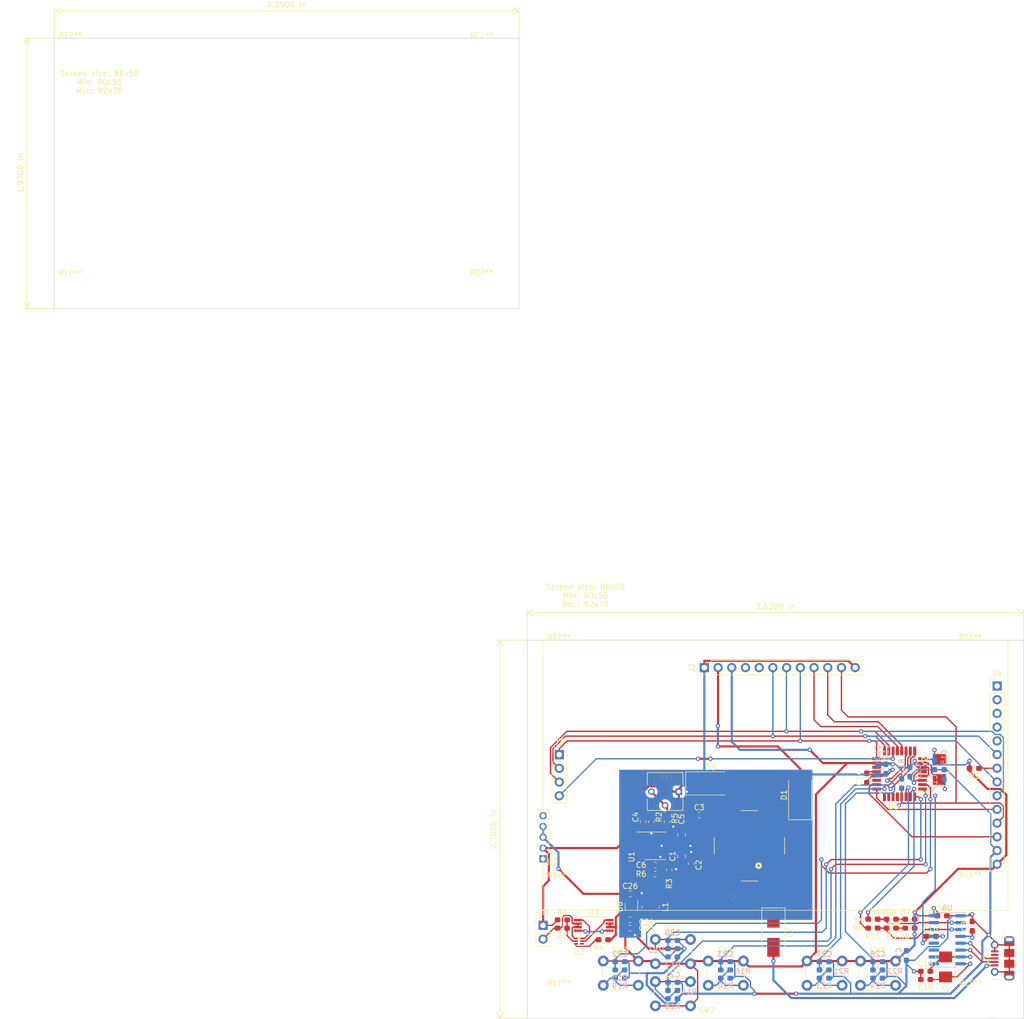
<source format=kicad_pcb>
(kicad_pcb (version 20171130) (host pcbnew "(5.1.5)-3")
  (layers (0 F.Cu signal) (31 B.Cu signal) (34 B.Paste user) (35 F.Paste user) (36 B.SilkS user) (37 F.SilkS user) (38 B.Mask user) (39 F.Mask user) (44 Edge.Cuts user))
  (net 0 "")
  (net 1 "Net-(BT1-Pad2)")
  (net 2 /Vbatt)
  (net 3 GND)
  (net 4 "Net-(C1-Pad1)")
  (net 5 "Net-(C3-Pad2)")
  (net 6 "Net-(C3-Pad1)")
  (net 7 "Net-(C4-Pad2)")
  (net 8 "Net-(C4-Pad1)")
  (net 9 "Net-(C6-Pad1)")
  (net 10 "Net-(C7-Pad1)")
  (net 11 "Net-(C8-Pad1)")
  (net 12 /5Vsup)
  (net 13 "Net-(C14-Pad1)")
  (net 14 "Net-(C15-Pad1)")
  (net 15 "Net-(C16-Pad2)")
  (net 16 /uC_RESET)
  (net 17 "Net-(C17-Pad1)")
  (net 18 "Net-(C18-Pad1)")
  (net 19 "Net-(C19-Pad1)")
  (net 20 /U)
  (net 21 /D)
  (net 22 /L)
  (net 23 /R)
  (net 24 "Net-(C26-Pad1)")
  (net 25 /B)
  (net 26 /A)
  (net 27 "Net-(D1-Pad2)")
  (net 28 "Net-(D2-Pad2)")
  (net 29 "Net-(D4-Pad2)")
  (net 30 "Net-(D4-Pad1)")
  (net 31 "Net-(D5-Pad2)")
  (net 32 "Net-(D5-Pad1)")
  (net 33 "Net-(J1-Pad3)")
  (net 34 "Net-(J1-Pad4)")
  (net 35 "Net-(J1-Pad2)")
  (net 36 /!RDY)
  (net 37 /SS1)
  (net 38 /SCLK)
  (net 39 /MOSI)
  (net 40 /MISO)
  (net 41 "Net-(J2-Pad5)")
  (net 42 "Net-(J2-Pad4)")
  (net 43 /SS3)
  (net 44 /SS2)
  (net 45 /DataCommand_screen)
  (net 46 "Net-(J4-Pad7)")
  (net 47 "Net-(J4-Pad5)")
  (net 48 "Net-(J4-Pad4)")
  (net 49 "Net-(J4-Pad3)")
  (net 50 "Net-(J4-Pad2)")
  (net 51 "Net-(J4-Pad1)")
  (net 52 "Net-(L1-Pad2)")
  (net 53 "Net-(R3-Pad1)")
  (net 54 "Net-(R4-Pad1)")
  (net 55 "Net-(R5-Pad1)")
  (net 56 /TX)
  (net 57 /RX)
  (net 58 "Net-(R13-Pad2)")
  (net 59 "Net-(R14-Pad2)")
  (net 60 "Net-(R15-Pad2)")
  (net 61 "Net-(R16-Pad2)")
  (net 62 "Net-(R21-Pad2)")
  (net 63 "Net-(R22-Pad2)")
  (net 64 "Net-(U1-Pad4)")
  (net 65 "Net-(U2-Pad3)")
  (net 66 "Net-(U2-Pad2)")
  (net 67 "Net-(U2-Pad1)")
  (net 68 "Net-(U3-Pad1)")
  (net 69 "Net-(U4-Pad15)")
  (net 70 "Net-(U4-Pad14)")
  (net 71 "Net-(U4-Pad12)")
  (net 72 "Net-(U4-Pad11)")
  (net 73 "Net-(U4-Pad10)")
  (net 74 "Net-(U4-Pad9)")
  (net 75 "Net-(U5-Pad28)")
  (net 76 "Net-(U5-Pad27)")
  (net 77 "Net-(U5-Pad26)")
  (net 78 "Net-(U5-Pad25)")
  (net 79 "Net-(U5-Pad22)")
  (net 80 "Net-(U5-Pad19)")
  (module Package_QFP:TQFP-32_7x7mm_P0.8mm (layer F.Cu) (at 178.943 87.503 180)
    (fp_text reference U5 (at 1.143 -6.05) (layer F.SilkS))
    (fp_text value ATmega328P-AU)
    (pad 32 smd rect (at -2.8 -4.25 270) (size 1.6 0.55) (layers F.Cu F.Paste F.Mask) (net 20 /U))
    (pad 31 smd rect (at -2 -4.25 270) (size 1.6 0.55) (layers F.Cu F.Paste F.Mask) (net 56 /TX))
    (pad 30 smd rect (at -1.2 -4.25 270) (size 1.6 0.55) (layers F.Cu F.Paste F.Mask) (net 57 /RX))
    (pad 29 smd rect (at -0.4 -4.25 270) (size 1.6 0.55) (layers F.Cu F.Paste F.Mask) (net 16 /uC_RESET))
    (pad 28 smd rect (at 0.4 -4.25 270) (size 1.6 0.55) (layers F.Cu F.Paste F.Mask) (net 75 "Net-(U5-Pad28)"))
    (pad 27 smd rect (at 1.2 -4.25 270) (size 1.6 0.55) (layers F.Cu F.Paste F.Mask) (net 76 "Net-(U5-Pad27)"))
    (pad 26 smd rect (at 2 -4.25 270) (size 1.6 0.55) (layers F.Cu F.Paste F.Mask) (net 77 "Net-(U5-Pad26)"))
    (pad 25 smd rect (at 2.8 -4.25 270) (size 1.6 0.55) (layers F.Cu F.Paste F.Mask) (net 78 "Net-(U5-Pad25)"))
    (pad 24 smd rect (at 4.25 -2.8 180) (size 1.6 0.55) (layers F.Cu F.Paste F.Mask) (net 45 /DataCommand_screen))
    (pad 23 smd rect (at 4.25 -2 180) (size 1.6 0.55) (layers F.Cu F.Paste F.Mask) (net 44 /SS2))
    (pad 22 smd rect (at 4.25 -1.2 180) (size 1.6 0.55) (layers F.Cu F.Paste F.Mask) (net 79 "Net-(U5-Pad22)"))
    (pad 21 smd rect (at 4.25 -0.4 180) (size 1.6 0.55) (layers F.Cu F.Paste F.Mask) (net 3 GND))
    (pad 20 smd rect (at 4.25 0.4 180) (size 1.6 0.55) (layers F.Cu F.Paste F.Mask) (net 13 "Net-(C14-Pad1)"))
    (pad 19 smd rect (at 4.25 1.2 180) (size 1.6 0.55) (layers F.Cu F.Paste F.Mask) (net 80 "Net-(U5-Pad19)"))
    (pad 18 smd rect (at 4.25 2 180) (size 1.6 0.55) (layers F.Cu F.Paste F.Mask) (net 12 /5Vsup))
    (pad 17 smd rect (at 4.25 2.8 180) (size 1.6 0.55) (layers F.Cu F.Paste F.Mask) (net 38 /SCLK))
    (pad 16 smd rect (at 2.8 4.25 270) (size 1.6 0.55) (layers F.Cu F.Paste F.Mask) (net 40 /MISO))
    (pad 15 smd rect (at 2 4.25 270) (size 1.6 0.55) (layers F.Cu F.Paste F.Mask) (net 39 /MOSI))
    (pad 14 smd rect (at 1.2 4.25 270) (size 1.6 0.55) (layers F.Cu F.Paste F.Mask) (net 43 /SS3))
    (pad 13 smd rect (at 0.4 4.25 270) (size 1.6 0.55) (layers F.Cu F.Paste F.Mask) (net 37 /SS1))
    (pad 12 smd rect (at -0.4 4.25 270) (size 1.6 0.55) (layers F.Cu F.Paste F.Mask) (net 36 /!RDY))
    (pad 11 smd rect (at -1.2 4.25 270) (size 1.6 0.55) (layers F.Cu F.Paste F.Mask) (net 26 /A))
    (pad 10 smd rect (at -2 4.25 270) (size 1.6 0.55) (layers F.Cu F.Paste F.Mask) (net 25 /B))
    (pad 9 smd rect (at -2.8 4.25 270) (size 1.6 0.55) (layers F.Cu F.Paste F.Mask) (net 23 /R))
    (pad 8 smd rect (at -4.25 2.8 180) (size 1.6 0.55) (layers F.Cu F.Paste F.Mask) (net 17 "Net-(C17-Pad1)"))
    (pad 7 smd rect (at -4.25 2 180) (size 1.6 0.55) (layers F.Cu F.Paste F.Mask) (net 14 "Net-(C15-Pad1)"))
    (pad 6 smd rect (at -4.25 1.2 180) (size 1.6 0.55) (layers F.Cu F.Paste F.Mask) (net 12 /5Vsup))
    (pad 5 smd rect (at -4.25 0.4 180) (size 1.6 0.55) (layers F.Cu F.Paste F.Mask) (net 3 GND))
    (pad 4 smd rect (at -4.25 -0.4 180) (size 1.6 0.55) (layers F.Cu F.Paste F.Mask) (net 12 /5Vsup))
    (pad 3 smd rect (at -4.25 -1.2 180) (size 1.6 0.55) (layers F.Cu F.Paste F.Mask) (net 3 GND))
    (pad 2 smd rect (at -4.25 -2 180) (size 1.6 0.55) (layers F.Cu F.Paste F.Mask) (net 22 /L))
    (pad 1 smd rect (at -4.25 -2.8 180) (size 1.6 0.55) (layers F.Cu F.Paste F.Mask) (net 21 /D))
  )
  (module Capacitor_SMD:C_0603_1608Metric_Pad1.05x0.95mm_HandSolder (layer B.Cu) (at 180.848 87.136 270)
    (fp_text reference C11 (at -0.014 -1.524 270) (layer B.SilkS) (effects (justify mirror)))
    (fp_text value 100n)
    (pad 2 smd roundrect (at 0.875 0 270) (size 1.05 0.95) (layers B.Cu B.Paste B.Mask) (net 3 GND))
    (pad 1 smd roundrect (at -0.875 0 270) (size 1.05 0.95) (layers B.Cu B.Paste B.Mask) (net 12 /5Vsup))
  )
  (module Capacitor_SMD:C_0805_2012Metric_Pad1.15x1.40mm_HandSolder (layer F.Cu) (at 138.557 98.797 270)
    (fp_text reference C5 (at -2.912 0 90) (layer F.SilkS))
    (fp_text value 22u)
    (pad 2 smd roundrect (at 1.025 0 270) (size 1.15 1.4) (layers F.Cu F.Paste F.Mask) (roundrect_rratio 0.217391) (net 3 GND))
    (pad 1 smd roundrect (at -1.025 0 270) (size 1.15 1.4) (layers F.Cu F.Paste F.Mask) (roundrect_rratio 0.217391) (net 2 /Vbatt))
  )
  (module Capacitor_SMD:C_0805_2012Metric_Pad1.15x1.40mm_HandSolder (layer F.Cu) (at 138.557 102.752 90)
    (fp_text reference C1 (at 0 -1.65 90) (layer F.SilkS))
    (fp_text value 22u)
    (pad 2 smd roundrect (at 1.025 0 90) (size 1.15 1.4) (layers F.Cu F.Paste F.Mask) (roundrect_rratio 0.217391) (net 3 GND))
    (pad 1 smd roundrect (at -1.025 0 90) (size 1.15 1.4) (layers F.Cu F.Paste F.Mask) (roundrect_rratio 0.217391) (net 4 "Net-(C1-Pad1)"))
  )
  (module Capacitor_SMD:C_0603_1608Metric_Pad1.05x0.95mm_HandSolder (layer F.Cu) (at 129.046 109.728)
    (fp_text reference C26 (at 0 -1.43) (layer F.SilkS))
    (fp_text value 1u)
    (pad 2 smd roundrect (at 0.875 0) (size 1.05 0.95) (layers F.Cu F.Paste F.Mask) (net 3 GND))
    (pad 1 smd roundrect (at -0.875 0) (size 1.05 0.95) (layers F.Cu F.Paste F.Mask) (net 24 "Net-(C26-Pad1)"))
  )
  (module Capacitor_SMD:C_0603_1608Metric_Pad1.05x0.95mm_HandSolder (layer F.Cu) (at 129.018 114.554)
    (fp_text reference C24 (at 3.062 0.381) (layer F.SilkS))
    (fp_text value 22u)
    (pad 2 smd roundrect (at 0.875 0) (size 1.05 0.95) (layers F.Cu F.Paste F.Mask) (net 3 GND))
    (pad 1 smd roundrect (at -0.875 0) (size 1.05 0.95) (layers F.Cu F.Paste F.Mask) (net 12 /5Vsup))
  )
  (module Capacitor_SMD:C_0603_1608Metric_Pad1.05x0.95mm_HandSolder (layer B.Cu) (at 176.403 86.6 270)
    (fp_text reference C12 (at -3.175 0 90) (layer B.SilkS) (effects (justify mirror)))
    (fp_text value 4.7u)
    (pad 2 smd roundrect (at 0.875 0 270) (size 1.05 0.95) (layers B.Cu B.Paste B.Mask) (net 3 GND))
    (pad 1 smd roundrect (at -0.875 0 270) (size 1.05 0.95) (layers B.Cu B.Paste B.Mask) (net 12 /5Vsup))
  )
  (module Capacitor_SMD:C_0603_1608Metric_Pad1.05x0.95mm_HandSolder (layer F.Cu) (at 186.831 113.792)
    (fp_text reference C9 (at 0 -1.43) (layer F.SilkS))
    (fp_text value 1u)
    (pad 2 smd roundrect (at 0.875 0) (size 1.05 0.95) (layers F.Cu F.Paste F.Mask) (net 3 GND))
    (pad 1 smd roundrect (at -0.875 0) (size 1.05 0.95) (layers F.Cu F.Paste F.Mask) (net 12 /5Vsup))
  )
  (module Capacitor_SMD:C_0603_1608Metric_Pad1.05x0.95mm_HandSolder (layer F.Cu) (at 141.845 95.123 180)
    (fp_text reference C3 (at 0.014 1.397) (layer F.SilkS))
    (fp_text value 2.2u)
    (pad 2 smd roundrect (at 0.875 0 180) (size 1.05 0.95) (layers F.Cu F.Paste F.Mask) (net 5 "Net-(C3-Pad2)"))
    (pad 1 smd roundrect (at -0.875 0 180) (size 1.05 0.95) (layers F.Cu F.Paste F.Mask) (net 6 "Net-(C3-Pad1)"))
  )
  (module MountingHole:MountingHole_2.5mm (layer F.Cu) (at 192.089 109.728)
    (fp_text reference REF** (at 0 -3.5) (layer F.SilkS))
    (fp_text value MountingHole_2.5mm)
    (pad "" np_thru_hole circle (at 0 0) (size 3.5 3.5) (drill 3.5) (layers *.Cu *.Mask))
  )
  (module MountingHole:MountingHole_2.5mm (layer F.Cu) (at 115.903 109.776)
    (fp_text reference REF** (at 0 -3.5) (layer F.SilkS))
    (fp_text value MountingHole_2.5mm)
    (pad "" np_thru_hole circle (at 0 0) (size 3.5 3.5) (drill 3.5) (layers *.Cu *.Mask))
  )
  (module Crystal:Crystal_SMD_5032-2Pin_5.0x3.2mm (layer F.Cu) (at 186.309 86.686 90)
    (fp_text reference Y2 (at 1.469 -2.667 90) (layer F.SilkS))
    (fp_text value 16MHz)
    (pad 2 smd rect (at 1.85 0 90) (size 2 2.4) (layers F.Cu F.Paste F.Mask) (net 17 "Net-(C17-Pad1)"))
    (pad 1 smd rect (at -1.85 0 90) (size 2 2.4) (layers F.Cu F.Paste F.Mask) (net 14 "Net-(C15-Pad1)"))
  )
  (module Crystal:Crystal_SMD_5032-2Pin_5.0x3.2mm (layer F.Cu) (at 187.452 123.262 90)
    (fp_text reference Y1 (at -3.865 0 180) (layer F.SilkS))
    (fp_text value 12MHz)
    (pad 2 smd rect (at 1.85 0 90) (size 2 2.4) (layers F.Cu F.Paste F.Mask) (net 18 "Net-(C18-Pad1)"))
    (pad 1 smd rect (at -1.85 0 90) (size 2 2.4) (layers F.Cu F.Paste F.Mask) (net 19 "Net-(C19-Pad1)"))
  )
  (module Package_TO_SOT_SMD:SOT-363_SC-70-6 (layer F.Cu) (at 129.286 112.141 270)
    (fp_text reference U6 (at 0 2.159 90) (layer F.SilkS))
    (fp_text value LTC3525-5)
    (pad 6 smd rect (at 0.95 -0.65 270) (size 0.65 0.4) (layers F.Cu F.Paste F.Mask) (net 52 "Net-(L1-Pad2)"))
    (pad 4 smd rect (at 0.95 0.65 270) (size 0.65 0.4) (layers F.Cu F.Paste F.Mask) (net 12 /5Vsup))
    (pad 2 smd rect (at -0.95 0 270) (size 0.65 0.4) (layers F.Cu F.Paste F.Mask) (net 3 GND))
    (pad 5 smd rect (at 0.95 0 270) (size 0.65 0.4) (layers F.Cu F.Paste F.Mask) (net 3 GND))
    (pad 3 smd rect (at -0.95 0.65 270) (size 0.65 0.4) (layers F.Cu F.Paste F.Mask) (net 24 "Net-(C26-Pad1)"))
    (pad 1 smd rect (at -0.95 -0.65 270) (size 0.65 0.4) (layers F.Cu F.Paste F.Mask) (net 24 "Net-(C26-Pad1)"))
  )
  (module Package_SO:SOIC-16_3.9x9.9mm_P1.27mm (layer B.Cu) (at 187.771 118.237 180)
    (fp_text reference U4 (at 0 5.9) (layer B.SilkS) (effects (justify mirror)))
    (fp_text value CH340G)
    (pad 16 smd roundrect (at 2.475 4.445 180) (size 1.95 0.6) (layers B.Cu B.Paste B.Mask) (net 12 /5Vsup))
    (pad 15 smd roundrect (at 2.475 3.175 180) (size 1.95 0.6) (layers B.Cu B.Paste B.Mask) (net 69 "Net-(U4-Pad15)"))
    (pad 14 smd roundrect (at 2.475 1.905 180) (size 1.95 0.6) (layers B.Cu B.Paste B.Mask) (net 70 "Net-(U4-Pad14)"))
    (pad 13 smd roundrect (at 2.475 0.635 180) (size 1.95 0.6) (layers B.Cu B.Paste B.Mask) (net 15 "Net-(C16-Pad2)"))
    (pad 12 smd roundrect (at 2.475 -0.635 180) (size 1.95 0.6) (layers B.Cu B.Paste B.Mask) (net 71 "Net-(U4-Pad12)"))
    (pad 11 smd roundrect (at 2.475 -1.905 180) (size 1.95 0.6) (layers B.Cu B.Paste B.Mask) (net 72 "Net-(U4-Pad11)"))
    (pad 10 smd roundrect (at 2.475 -3.175 180) (size 1.95 0.6) (layers B.Cu B.Paste B.Mask) (net 73 "Net-(U4-Pad10)"))
    (pad 9 smd roundrect (at 2.475 -4.445 180) (size 1.95 0.6) (layers B.Cu B.Paste B.Mask) (net 74 "Net-(U4-Pad9)"))
    (pad 8 smd roundrect (at -2.475 -4.445 180) (size 1.95 0.6) (layers B.Cu B.Paste B.Mask) (net 19 "Net-(C19-Pad1)"))
    (pad 7 smd roundrect (at -2.475 -3.175 180) (size 1.95 0.6) (layers B.Cu B.Paste B.Mask) (net 18 "Net-(C18-Pad1)"))
    (pad 6 smd roundrect (at -2.475 -1.905 180) (size 1.95 0.6) (layers B.Cu B.Paste B.Mask) (net 35 "Net-(J1-Pad2)"))
    (pad 5 smd roundrect (at -2.475 -0.635 180) (size 1.95 0.6) (layers B.Cu B.Paste B.Mask) (net 33 "Net-(J1-Pad3)"))
    (pad 4 smd roundrect (at -2.475 0.635 180) (size 1.95 0.6) (layers B.Cu B.Paste B.Mask) (net 11 "Net-(C8-Pad1)"))
    (pad 3 smd roundrect (at -2.475 1.905 180) (size 1.95 0.6) (layers B.Cu B.Paste B.Mask) (net 31 "Net-(D5-Pad2)"))
    (pad 2 smd roundrect (at -2.475 3.175 180) (size 1.95 0.6) (layers B.Cu B.Paste B.Mask) (net 29 "Net-(D4-Pad2)"))
    (pad 1 smd roundrect (at -2.475 4.445 180) (size 1.95 0.6) (layers B.Cu B.Paste B.Mask) (net 3 GND))
  )
  (module Package_SO:TSSOP-8_4.4x3mm_P0.65mm (layer F.Cu) (at 122.301 115.57 180)
    (fp_text reference U3 (at 0 2.54) (layer F.SilkS))
    (fp_text value Si6926ADQ)
    (pad 8 smd rect (at 2.95 -0.975 180) (size 1.45 0.45) (layers F.Cu F.Paste F.Mask) (net 68 "Net-(U3-Pad1)"))
    (pad 7 smd rect (at 2.95 -0.325 180) (size 1.45 0.45) (layers F.Cu F.Paste F.Mask) (net 1 "Net-(BT1-Pad2)"))
    (pad 6 smd rect (at 2.95 0.325 180) (size 1.45 0.45) (layers F.Cu F.Paste F.Mask) (net 1 "Net-(BT1-Pad2)"))
    (pad 5 smd rect (at 2.95 0.975 180) (size 1.45 0.45) (layers F.Cu F.Paste F.Mask) (net 65 "Net-(U2-Pad3)"))
    (pad 4 smd rect (at -2.95 0.975 180) (size 1.45 0.45) (layers F.Cu F.Paste F.Mask) (net 66 "Net-(U2-Pad2)"))
    (pad 3 smd rect (at -2.95 0.325 180) (size 1.45 0.45) (layers F.Cu F.Paste F.Mask) (net 3 GND))
    (pad 2 smd rect (at -2.95 -0.325 180) (size 1.45 0.45) (layers F.Cu F.Paste F.Mask) (net 3 GND))
    (pad 1 smd rect (at -2.95 -0.975 180) (size 1.45 0.45) (layers F.Cu F.Paste F.Mask) (net 68 "Net-(U3-Pad1)"))
  )
  (module Package_SON:WSON-6_1.5x1.5mm_P0.5mm (layer F.Cu) (at 119.567 118.483 180)
    (fp_text reference U2 (at 0 -2) (layer F.SilkS))
    (fp_text value BQ2973)
    (pad 6 smd rect (at 0.575 -0.5 90) (size 0.28 0.75) (layers F.Cu F.Paste F.Mask) (net 54 "Net-(R4-Pad1)"))
    (pad 5 smd rect (at 0.575 0 90) (size 0.28 0.75) (layers F.Cu F.Paste F.Mask) (net 10 "Net-(C7-Pad1)"))
    (pad 4 smd rect (at 0.575 0.5 90) (size 0.28 0.75) (layers F.Cu F.Paste F.Mask) (net 1 "Net-(BT1-Pad2)"))
    (pad 3 smd rect (at -0.575 0.5 90) (size 0.28 0.75) (layers F.Cu F.Paste F.Mask) (net 65 "Net-(U2-Pad3)"))
    (pad 2 smd rect (at -0.575 0 90) (size 0.28 0.75) (layers F.Cu F.Paste F.Mask) (net 66 "Net-(U2-Pad2)"))
    (pad 1 smd rect (at -0.525 -0.5 90) (size 0.28 0.85) (layers F.Cu F.Paste F.Mask) (net 67 "Net-(U2-Pad1)"))
  )
  (module Package_SO:SO-8_3.9x4.9mm_P1.27mm (layer F.Cu) (at 133.731 100.838)
    (fp_text reference U1 (at -4.445 2.032 270) (layer F.SilkS))
    (fp_text value LT1512)
    (pad 8 smd roundrect (at 2.575 -1.905) (size 1.75 0.6) (layers F.Cu F.Paste F.Mask) (net 5 "Net-(C3-Pad2)"))
    (pad 7 smd roundrect (at 2.575 -0.635) (size 1.75 0.6) (layers F.Cu F.Paste F.Mask) (net 3 GND))
    (pad 6 smd roundrect (at 2.575 0.635) (size 1.75 0.6) (layers F.Cu F.Paste F.Mask) (net 3 GND))
    (pad 5 smd roundrect (at 2.575 1.905) (size 1.75 0.6) (layers F.Cu F.Paste F.Mask) (net 4 "Net-(C1-Pad1)"))
    (pad 4 smd roundrect (at -2.575 1.905) (size 1.75 0.6) (layers F.Cu F.Paste F.Mask) (net 64 "Net-(U1-Pad4)"))
    (pad 3 smd roundrect (at -2.575 0.635) (size 1.75 0.6) (layers F.Cu F.Paste F.Mask) (net 9 "Net-(C6-Pad1)"))
    (pad 2 smd roundrect (at -2.575 -0.635) (size 1.75 0.6) (layers F.Cu F.Paste F.Mask) (net 55 "Net-(R5-Pad1)"))
    (pad 1 smd roundrect (at -2.575 -1.905) (size 1.75 0.6) (layers F.Cu F.Paste F.Mask) (net 8 "Net-(C4-Pad1)"))
  )
  (module Transformer_SMD:IND_CTX33-3-R (layer F.Cu) (at 151.13 100.838 135)
    (fp_text reference T1 (at -4.364146 -8.890454 135) (layer F.SilkS) (effects (font (size 1.001118 1.001118) (thickness 0.015))))
    (fp_text value CTX33-3)
    (pad 4 smd rect (at 0 -6.25 135) (size 4.06 3.05) (layers F.Cu F.Paste F.Mask) (net 53 "Net-(R3-Pad1)"))
    (pad 3 smd rect (at 6.25 0 135) (size 3.05 4.06) (layers F.Cu F.Paste F.Mask) (net 6 "Net-(C3-Pad1)"))
    (pad 2 smd rect (at 0 6.25 135) (size 4.06 3.05) (layers F.Cu F.Paste F.Mask) (net 5 "Net-(C3-Pad2)"))
    (pad 1 smd rect (at -6.25 0 135) (size 3.05 4.06) (layers F.Cu F.Paste F.Mask) (net 4 "Net-(C1-Pad1)"))
  )
  (module Connector_PinHeader_2.00mm:PinHeader_1x05_P2.00mm_Vertical (layer F.Cu) (at 112.903 103.251 180)
    (fp_text reference SW7 (at -2.159 0 90) (layer F.SilkS))
    (fp_text value SW_DPST_x2)
    (pad 5 thru_hole oval (at 0 8 180) (size 1.35 1.35) (drill 0.8) (layers *.Cu *.Mask))
    (pad 4 thru_hole oval (at 0 6 180) (size 1.35 1.35) (drill 0.8) (layers *.Cu *.Mask) (net 24 "Net-(C26-Pad1)"))
    (pad 3 thru_hole oval (at 0 4 180) (size 1.35 1.35) (drill 0.8) (layers *.Cu *.Mask) (net 24 "Net-(C26-Pad1)"))
    (pad 2 thru_hole oval (at 0 2 180) (size 1.35 1.35) (drill 0.8) (layers *.Cu *.Mask) (net 2 /Vbatt))
    (pad 1 thru_hole rect (at 0 0 180) (size 1.35 1.35) (drill 0.8) (layers *.Cu *.Mask))
  )
  (module Button_Switch_THT:SW_PUSH_6mm (layer F.Cu) (at 171.704 122.174)
    (fp_text reference SW6 (at 3.25 -2) (layer F.SilkS))
    (fp_text value A)
    (pad 1 thru_hole circle (at 6.5 0 90) (size 2 2) (drill 1.1) (layers *.Cu *.Mask) (net 12 /5Vsup))
    (pad 2 thru_hole circle (at 6.5 4.5 90) (size 2 2) (drill 1.1) (layers *.Cu *.Mask) (net 63 "Net-(R22-Pad2)"))
    (pad 1 thru_hole circle (at 0 0 90) (size 2 2) (drill 1.1) (layers *.Cu *.Mask) (net 12 /5Vsup))
    (pad 2 thru_hole circle (at 0 4.5 90) (size 2 2) (drill 1.1) (layers *.Cu *.Mask) (net 63 "Net-(R22-Pad2)"))
  )
  (module Button_Switch_THT:SW_PUSH_6mm (layer F.Cu) (at 161.798 122.174)
    (fp_text reference SW5 (at 3.25 -2) (layer F.SilkS))
    (fp_text value B)
    (pad 1 thru_hole circle (at 6.5 0 90) (size 2 2) (drill 1.1) (layers *.Cu *.Mask) (net 12 /5Vsup))
    (pad 2 thru_hole circle (at 6.5 4.5 90) (size 2 2) (drill 1.1) (layers *.Cu *.Mask) (net 62 "Net-(R21-Pad2)"))
    (pad 1 thru_hole circle (at 0 0 90) (size 2 2) (drill 1.1) (layers *.Cu *.Mask) (net 12 /5Vsup))
    (pad 2 thru_hole circle (at 0 4.5 90) (size 2 2) (drill 1.1) (layers *.Cu *.Mask) (net 62 "Net-(R21-Pad2)"))
  )
  (module Button_Switch_THT:SW_PUSH_6mm (layer F.Cu) (at 143.51 122.174)
    (fp_text reference SW4 (at 3.25 -2) (layer F.SilkS))
    (fp_text value Right)
    (pad 1 thru_hole circle (at 6.5 0 90) (size 2 2) (drill 1.1) (layers *.Cu *.Mask) (net 12 /5Vsup))
    (pad 2 thru_hole circle (at 6.5 4.5 90) (size 2 2) (drill 1.1) (layers *.Cu *.Mask) (net 61 "Net-(R16-Pad2)"))
    (pad 1 thru_hole circle (at 0 0 90) (size 2 2) (drill 1.1) (layers *.Cu *.Mask) (net 12 /5Vsup))
    (pad 2 thru_hole circle (at 0 4.5 90) (size 2 2) (drill 1.1) (layers *.Cu *.Mask) (net 61 "Net-(R16-Pad2)"))
  )
  (module Button_Switch_THT:SW_PUSH_6mm (layer F.Cu) (at 124.056 122.174)
    (fp_text reference SW3 (at 3.25 -2) (layer F.SilkS))
    (fp_text value Left)
    (pad 1 thru_hole circle (at 6.5 0 90) (size 2 2) (drill 1.1) (layers *.Cu *.Mask) (net 12 /5Vsup))
    (pad 2 thru_hole circle (at 6.5 4.5 90) (size 2 2) (drill 1.1) (layers *.Cu *.Mask) (net 60 "Net-(R15-Pad2)"))
    (pad 1 thru_hole circle (at 0 0 90) (size 2 2) (drill 1.1) (layers *.Cu *.Mask) (net 12 /5Vsup))
    (pad 2 thru_hole circle (at 0 4.5 90) (size 2 2) (drill 1.1) (layers *.Cu *.Mask) (net 60 "Net-(R15-Pad2)"))
  )
  (module Button_Switch_THT:SW_PUSH_6mm (layer F.Cu) (at 140.208 130.484 180)
    (fp_text reference SW2 (at -3.048 -0.834) (layer F.SilkS))
    (fp_text value Down)
    (pad 1 thru_hole circle (at 6.5 0 270) (size 2 2) (drill 1.1) (layers *.Cu *.Mask) (net 12 /5Vsup))
    (pad 2 thru_hole circle (at 6.5 4.5 270) (size 2 2) (drill 1.1) (layers *.Cu *.Mask) (net 59 "Net-(R14-Pad2)"))
    (pad 1 thru_hole circle (at 0 0 270) (size 2 2) (drill 1.1) (layers *.Cu *.Mask) (net 12 /5Vsup))
    (pad 2 thru_hole circle (at 0 4.5 270) (size 2 2) (drill 1.1) (layers *.Cu *.Mask) (net 59 "Net-(R14-Pad2)"))
  )
  (module Button_Switch_THT:SW_PUSH_6mm (layer F.Cu) (at 140.208 122.682 180)
    (fp_text reference SW1 (at 3.302 6.604) (layer F.SilkS))
    (fp_text value Up)
    (pad 1 thru_hole circle (at 6.5 0 270) (size 2 2) (drill 1.1) (layers *.Cu *.Mask) (net 12 /5Vsup))
    (pad 2 thru_hole circle (at 6.5 4.5 270) (size 2 2) (drill 1.1) (layers *.Cu *.Mask) (net 58 "Net-(R13-Pad2)"))
    (pad 1 thru_hole circle (at 0 0 270) (size 2 2) (drill 1.1) (layers *.Cu *.Mask) (net 12 /5Vsup))
    (pad 2 thru_hole circle (at 0 4.5 270) (size 2 2) (drill 1.1) (layers *.Cu *.Mask) (net 58 "Net-(R13-Pad2)"))
  )
  (module Potentiometer_THT:TRIM_3362P-1-304 (layer F.Cu) (at 135.509 90.805 180)
    (fp_text reference RV1 (at -0.254 2.794) (layer F.SilkS) (effects (font (size 1.002756 1.002756) (thickness 0.015))))
    (fp_text value 231.8k)
    (pad 1 thru_hole rect (at -2.54 0 180) (size 1.222 1.222) (drill 0.714) (layers *.Cu *.Mask) (net 2 /Vbatt))
    (pad 2 thru_hole circle (at 0 -2.54 180) (size 1.222 1.222) (drill 0.714) (layers *.Cu *.Mask) (net 55 "Net-(R5-Pad1)"))
    (pad 3 thru_hole circle (at 2.54 0 180) (size 1.222 1.222) (drill 0.714) (layers *.Cu *.Mask) (net 55 "Net-(R5-Pad1)"))
  )
  (module Resistor_SMD:R_0603_1608Metric_Pad1.05x0.95mm_HandSolder (layer B.Cu) (at 174.893 125.349)
    (fp_text reference R24 (at 0 1.43) (layer B.SilkS) (effects (justify mirror)))
    (fp_text value 10k)
    (pad 2 smd roundrect (at 0.875 0) (size 1.05 0.95) (layers B.Cu B.Paste B.Mask) (net 3 GND))
    (pad 1 smd roundrect (at -0.875 0) (size 1.05 0.95) (layers B.Cu B.Paste B.Mask) (net 63 "Net-(R22-Pad2)"))
  )
  (module Resistor_SMD:R_0603_1608Metric_Pad1.05x0.95mm_HandSolder (layer B.Cu) (at 164.987 125.349)
    (fp_text reference R23 (at 0 1.43) (layer B.SilkS) (effects (justify mirror)))
    (fp_text value 10k)
    (pad 2 smd roundrect (at 0.875 0) (size 1.05 0.95) (layers B.Cu B.Paste B.Mask) (net 3 GND))
    (pad 1 smd roundrect (at -0.875 0) (size 1.05 0.95) (layers B.Cu B.Paste B.Mask) (net 62 "Net-(R21-Pad2)"))
  )
  (module Resistor_SMD:R_0603_1608Metric_Pad1.05x0.95mm_HandSolder (layer B.Cu) (at 174.893 123.825)
    (fp_text reference R22 (at 3.161 0.254) (layer B.SilkS) (effects (justify mirror)))
    (fp_text value 10k)
    (pad 2 smd roundrect (at 0.875 0) (size 1.05 0.95) (layers B.Cu B.Paste B.Mask) (net 63 "Net-(R22-Pad2)"))
    (pad 1 smd roundrect (at -0.875 0) (size 1.05 0.95) (layers B.Cu B.Paste B.Mask) (net 26 /A))
  )
  (module Resistor_SMD:R_0603_1608Metric_Pad1.05x0.95mm_HandSolder (layer B.Cu) (at 164.987 123.825)
    (fp_text reference R21 (at 3.161 0.254) (layer B.SilkS) (effects (justify mirror)))
    (fp_text value 10k)
    (pad 2 smd roundrect (at 0.875 0) (size 1.05 0.95) (layers B.Cu B.Paste B.Mask) (net 62 "Net-(R21-Pad2)"))
    (pad 1 smd roundrect (at -0.875 0) (size 1.05 0.95) (layers B.Cu B.Paste B.Mask) (net 25 /B))
  )
  (module Resistor_SMD:R_0603_1608Metric_Pad1.05x0.95mm_HandSolder (layer B.Cu) (at 146.699 125.349)
    (fp_text reference R20 (at 0 1.43) (layer B.SilkS) (effects (justify mirror)))
    (fp_text value 10k)
    (pad 2 smd roundrect (at 0.875 0) (size 1.05 0.95) (layers B.Cu B.Paste B.Mask) (net 3 GND))
    (pad 1 smd roundrect (at -0.875 0) (size 1.05 0.95) (layers B.Cu B.Paste B.Mask) (net 61 "Net-(R16-Pad2)"))
  )
  (module Resistor_SMD:R_0603_1608Metric_Pad1.05x0.95mm_HandSolder (layer B.Cu) (at 127.141 125.349)
    (fp_text reference R19 (at 0 1.43) (layer B.SilkS) (effects (justify mirror)))
    (fp_text value 10k)
    (pad 2 smd roundrect (at 0.875 0) (size 1.05 0.95) (layers B.Cu B.Paste B.Mask) (net 3 GND))
    (pad 1 smd roundrect (at -0.875 0) (size 1.05 0.95) (layers B.Cu B.Paste B.Mask) (net 60 "Net-(R15-Pad2)"))
  )
  (module Resistor_SMD:R_0603_1608Metric_Pad1.05x0.95mm_HandSolder (layer B.Cu) (at 136.92 129.159)
    (fp_text reference R18 (at 0 1.43) (layer B.SilkS) (effects (justify mirror)))
    (fp_text value 10k)
    (pad 2 smd roundrect (at 0.875 0) (size 1.05 0.95) (layers B.Cu B.Paste B.Mask) (net 3 GND))
    (pad 1 smd roundrect (at -0.875 0) (size 1.05 0.95) (layers B.Cu B.Paste B.Mask) (net 59 "Net-(R14-Pad2)"))
  )
  (module Resistor_SMD:R_0603_1608Metric_Pad1.05x0.95mm_HandSolder (layer B.Cu) (at 136.92 121.412)
    (fp_text reference R17 (at 0 1.43) (layer B.SilkS) (effects (justify mirror)))
    (fp_text value 10k)
    (pad 2 smd roundrect (at 0.875 0) (size 1.05 0.95) (layers B.Cu B.Paste B.Mask) (net 3 GND))
    (pad 1 smd roundrect (at -0.875 0) (size 1.05 0.95) (layers B.Cu B.Paste B.Mask) (net 58 "Net-(R13-Pad2)"))
  )
  (module Resistor_SMD:R_0603_1608Metric_Pad1.05x0.95mm_HandSolder (layer B.Cu) (at 146.699 123.825)
    (fp_text reference R16 (at 3.161 0.254) (layer B.SilkS) (effects (justify mirror)))
    (fp_text value 10k)
    (pad 2 smd roundrect (at 0.875 0) (size 1.05 0.95) (layers B.Cu B.Paste B.Mask) (net 61 "Net-(R16-Pad2)"))
    (pad 1 smd roundrect (at -0.875 0) (size 1.05 0.95) (layers B.Cu B.Paste B.Mask) (net 23 /R))
  )
  (module Resistor_SMD:R_0603_1608Metric_Pad1.05x0.95mm_HandSolder (layer B.Cu) (at 127.141 123.825)
    (fp_text reference R15 (at 0 1.43) (layer B.SilkS) (effects (justify mirror)))
    (fp_text value 10k)
    (pad 2 smd roundrect (at 0.875 0) (size 1.05 0.95) (layers B.Cu B.Paste B.Mask) (net 60 "Net-(R15-Pad2)"))
    (pad 1 smd roundrect (at -0.875 0) (size 1.05 0.95) (layers B.Cu B.Paste B.Mask) (net 22 /L))
  )
  (module Resistor_SMD:R_0603_1608Metric_Pad1.05x0.95mm_HandSolder (layer B.Cu) (at 136.92 127.635)
    (fp_text reference R14 (at 3.034 0.254) (layer B.SilkS) (effects (justify mirror)))
    (fp_text value 10k)
    (pad 2 smd roundrect (at 0.875 0) (size 1.05 0.95) (layers B.Cu B.Paste B.Mask) (net 59 "Net-(R14-Pad2)"))
    (pad 1 smd roundrect (at -0.875 0) (size 1.05 0.95) (layers B.Cu B.Paste B.Mask) (net 21 /D))
  )
  (module Resistor_SMD:R_0603_1608Metric_Pad1.05x0.95mm_HandSolder (layer B.Cu) (at 136.92 119.888)
    (fp_text reference R13 (at -3.062 0.254) (layer B.SilkS) (effects (justify mirror)))
    (fp_text value 10k)
    (pad 2 smd roundrect (at 0.875 0) (size 1.05 0.95) (layers B.Cu B.Paste B.Mask) (net 58 "Net-(R13-Pad2)"))
    (pad 1 smd roundrect (at -0.875 0) (size 1.05 0.95) (layers B.Cu B.Paste B.Mask) (net 20 /U))
  )
  (module Resistor_SMD:R_0603_1608Metric_Pad1.05x0.95mm_HandSolder (layer B.Cu) (at 179.324 89.295 270)
    (fp_text reference R12 (at -3.175 0 270) (layer B.SilkS) (effects (justify mirror)))
    (fp_text value 1k)
    (pad 2 smd roundrect (at 0.875 0 270) (size 1.05 0.95) (layers B.Cu B.Paste B.Mask) (net 16 /uC_RESET))
    (pad 1 smd roundrect (at -0.875 0 270) (size 1.05 0.95) (layers B.Cu B.Paste B.Mask) (net 12 /5Vsup))
  )
  (module Resistor_SMD:R_0603_1608Metric_Pad1.05x0.95mm_HandSolder (layer F.Cu) (at 174.004 116.078)
    (fp_text reference R11 (at 0 1.524) (layer F.SilkS))
    (fp_text value 1k)
    (pad 2 smd roundrect (at 0.875 0) (size 1.05 0.95) (layers F.Cu F.Paste F.Mask) (net 31 "Net-(D5-Pad2)"))
    (pad 1 smd roundrect (at -0.875 0) (size 1.05 0.95) (layers F.Cu F.Paste F.Mask) (net 57 /RX))
  )
  (module Resistor_SMD:R_0603_1608Metric_Pad1.05x0.95mm_HandSolder (layer F.Cu) (at 174.004 114.427 180)
    (fp_text reference R10 (at -1.002 1.397) (layer F.SilkS))
    (fp_text value 1k)
    (pad 2 smd roundrect (at 0.875 0 180) (size 1.05 0.95) (layers F.Cu F.Paste F.Mask) (net 56 /TX))
    (pad 1 smd roundrect (at -0.875 0 180) (size 1.05 0.95) (layers F.Cu F.Paste F.Mask) (net 29 "Net-(D4-Pad2)"))
  )
  (module Resistor_SMD:R_0603_1608Metric_Pad1.05x0.95mm_HandSolder (layer F.Cu) (at 192.772 86.487 180)
    (fp_text reference R9 (at 0 -1.43) (layer F.SilkS))
    (fp_text value 100)
    (pad 2 smd roundrect (at 0.875 0 180) (size 1.05 0.95) (layers F.Cu F.Paste F.Mask) (net 12 /5Vsup))
    (pad 1 smd roundrect (at -0.875 0 180) (size 1.05 0.95) (layers F.Cu F.Paste F.Mask) (net 46 "Net-(J4-Pad7)"))
  )
  (module Resistor_SMD:R_0603_1608Metric_Pad1.05x0.95mm_HandSolder (layer F.Cu) (at 180.862 116.078)
    (fp_text reference R8 (at -1.03 1.524) (layer F.SilkS))
    (fp_text value 1k)
    (pad 2 smd roundrect (at 0.875 0) (size 1.05 0.95) (layers F.Cu F.Paste F.Mask) (net 12 /5Vsup))
    (pad 1 smd roundrect (at -0.875 0) (size 1.05 0.95) (layers F.Cu F.Paste F.Mask) (net 32 "Net-(D5-Pad1)"))
  )
  (module Resistor_SMD:R_0603_1608Metric_Pad1.05x0.95mm_HandSolder (layer F.Cu) (at 180.862 114.427 180)
    (fp_text reference R7 (at 0.776 1.397) (layer F.SilkS))
    (fp_text value 1k)
    (pad 2 smd roundrect (at 0.875 0 180) (size 1.05 0.95) (layers F.Cu F.Paste F.Mask) (net 30 "Net-(D4-Pad1)"))
    (pad 1 smd roundrect (at -0.875 0 180) (size 1.05 0.95) (layers F.Cu F.Paste F.Mask) (net 12 /5Vsup))
  )
  (module Resistor_SMD:R_0603_1608Metric_Pad1.05x0.95mm_HandSolder (layer F.Cu) (at 133.717 106.045 180)
    (fp_text reference R6 (at 2.653 0) (layer F.SilkS))
    (fp_text value 24)
    (pad 2 smd roundrect (at 0.875 0 180) (size 1.05 0.95) (layers F.Cu F.Paste F.Mask) (net 9 "Net-(C6-Pad1)"))
    (pad 1 smd roundrect (at -0.875 0 180) (size 1.05 0.95) (layers F.Cu F.Paste F.Mask) (net 53 "Net-(R3-Pad1)"))
  )
  (module Resistor_SMD:R_0603_1608Metric_Pad1.05x0.95mm_HandSolder (layer F.Cu) (at 135.89 96.407 270)
    (fp_text reference R5 (at -0.649 -1.397 90) (layer F.SilkS))
    (fp_text value 100k)
    (pad 2 smd roundrect (at 0.875 0 270) (size 1.05 0.95) (layers F.Cu F.Paste F.Mask) (net 3 GND))
    (pad 1 smd roundrect (at -0.875 0 270) (size 1.05 0.95) (layers F.Cu F.Paste F.Mask) (net 55 "Net-(R5-Pad1)"))
  )
  (module Resistor_SMD:R_0603_1608Metric_Pad1.05x0.95mm_HandSolder (layer F.Cu) (at 124.065 118.237)
    (fp_text reference R4 (at -0.875 1.524) (layer F.SilkS))
    (fp_text value 100k)
    (pad 2 smd roundrect (at 0.875 0) (size 1.05 0.95) (layers F.Cu F.Paste F.Mask) (net 3 GND))
    (pad 1 smd roundrect (at -0.875 0) (size 1.05 0.95) (layers F.Cu F.Paste F.Mask) (net 54 "Net-(R4-Pad1)"))
  )
  (module Resistor_SMD:R_0603_1608Metric_Pad1.05x0.95mm_HandSolder (layer F.Cu) (at 136.271 105.297 90)
    (fp_text reference R3 (at -2.554 0 90) (layer F.SilkS))
    (fp_text value 0.2)
    (pad 2 smd roundrect (at 0.875 0 90) (size 1.05 0.95) (layers F.Cu F.Paste F.Mask) (net 3 GND))
    (pad 1 smd roundrect (at -0.875 0 90) (size 1.05 0.95) (layers F.Cu F.Paste F.Mask) (net 53 "Net-(R3-Pad1)"))
  )
  (module Resistor_SMD:R_0603_1608Metric_Pad1.05x0.95mm_HandSolder (layer F.Cu) (at 132.969 96.379 270)
    (fp_text reference R2 (at -0.875 -1.397 90) (layer F.SilkS))
    (fp_text value 1k)
    (pad 2 smd roundrect (at 0.875 0 270) (size 1.05 0.95) (layers F.Cu F.Paste F.Mask) (net 3 GND))
    (pad 1 smd roundrect (at -0.875 0 270) (size 1.05 0.95) (layers F.Cu F.Paste F.Mask) (net 7 "Net-(C4-Pad2)"))
  )
  (module Resistor_SMD:R_0603_1608Metric_Pad1.05x0.95mm_HandSolder (layer F.Cu) (at 116.473 114.554)
    (fp_text reference R1 (at 0 -1.43) (layer F.SilkS))
    (fp_text value 330)
    (pad 2 smd roundrect (at 0.875 0) (size 1.05 0.95) (layers F.Cu F.Paste F.Mask) (net 10 "Net-(C7-Pad1)"))
    (pad 1 smd roundrect (at -0.875 0) (size 1.05 0.95) (layers F.Cu F.Paste F.Mask) (net 2 /Vbatt))
  )
  (module Inductor_SMD:L_Wuerth_MAPI-3012 (layer F.Cu) (at 132.842 112.175 270)
    (fp_text reference L1 (at 0 -2.7 90) (layer F.SilkS))
    (fp_text value 10u)
    (pad 2 smd rect (at 1.05 0 270) (size 1.3 3.4) (layers F.Cu F.Paste F.Mask) (net 52 "Net-(L1-Pad2)"))
    (pad 1 smd rect (at -1.05 0 270) (size 1.3 3.4) (layers F.Cu F.Paste F.Mask) (net 24 "Net-(C26-Pad1)"))
  )
  (module Connector_PinHeader_2.54mm:PinHeader_1x14_P2.54mm_Vertical (layer F.Cu) (at 197.009 71.228)
    (fp_text reference J4 (at 0 -2.33) (layer F.SilkS))
    (fp_text value Screen_SPI)
    (pad 14 thru_hole oval (at 0 33.02) (size 1.7 1.7) (drill 1) (layers *.Cu *.Mask) (net 12 /5Vsup))
    (pad 13 thru_hole oval (at 0 30.48) (size 1.7 1.7) (drill 1) (layers *.Cu *.Mask) (net 3 GND))
    (pad 12 thru_hole oval (at 0 27.94) (size 1.7 1.7) (drill 1) (layers *.Cu *.Mask) (net 44 /SS2))
    (pad 11 thru_hole oval (at 0 25.4) (size 1.7 1.7) (drill 1) (layers *.Cu *.Mask) (net 16 /uC_RESET))
    (pad 10 thru_hole oval (at 0 22.86) (size 1.7 1.7) (drill 1) (layers *.Cu *.Mask) (net 45 /DataCommand_screen))
    (pad 9 thru_hole oval (at 0 20.32) (size 1.7 1.7) (drill 1) (layers *.Cu *.Mask) (net 39 /MOSI))
    (pad 8 thru_hole oval (at 0 17.78) (size 1.7 1.7) (drill 1) (layers *.Cu *.Mask) (net 38 /SCLK))
    (pad 7 thru_hole oval (at 0 15.24) (size 1.7 1.7) (drill 1) (layers *.Cu *.Mask) (net 46 "Net-(J4-Pad7)"))
    (pad 6 thru_hole oval (at 0 12.7) (size 1.7 1.7) (drill 1) (layers *.Cu *.Mask) (net 40 /MISO))
    (pad 5 thru_hole oval (at 0 10.16) (size 1.7 1.7) (drill 1) (layers *.Cu *.Mask) (net 47 "Net-(J4-Pad5)"))
    (pad 4 thru_hole oval (at 0 7.62) (size 1.7 1.7) (drill 1) (layers *.Cu *.Mask) (net 48 "Net-(J4-Pad4)"))
    (pad 3 thru_hole oval (at 0 5.08) (size 1.7 1.7) (drill 1) (layers *.Cu *.Mask) (net 49 "Net-(J4-Pad3)"))
    (pad 2 thru_hole oval (at 0 2.54) (size 1.7 1.7) (drill 1) (layers *.Cu *.Mask) (net 50 "Net-(J4-Pad2)"))
    (pad 1 thru_hole rect (at 0 0) (size 1.7 1.7) (drill 1) (layers *.Cu *.Mask) (net 51 "Net-(J4-Pad1)"))
  )
  (module Connector_PinHeader_2.54mm:PinHeader_1x04_P2.54mm_Vertical (layer F.Cu) (at 115.903 83.947)
    (fp_text reference J3 (at 0 -2.33) (layer F.SilkS))
    (fp_text value SD_card_SPI)
    (pad 4 thru_hole oval (at 0 7.62) (size 1.7 1.7) (drill 1) (layers *.Cu *.Mask) (net 43 /SS3))
    (pad 3 thru_hole oval (at 0 5.08) (size 1.7 1.7) (drill 1) (layers *.Cu *.Mask) (net 39 /MOSI))
    (pad 2 thru_hole oval (at 0 2.54) (size 1.7 1.7) (drill 1) (layers *.Cu *.Mask) (net 40 /MISO))
    (pad 1 thru_hole rect (at 0 0) (size 1.7 1.7) (drill 1) (layers *.Cu *.Mask) (net 38 /SCLK))
  )
  (module Connector_PinHeader_2.54mm:PinHeader_1x12_P2.54mm_Vertical (layer F.Cu) (at 142.778 67.818 90)
    (fp_text reference J2 (at 0 -2.33 90) (layer F.SilkS))
    (fp_text value ADC_board_SPI)
    (pad 12 thru_hole oval (at 0 27.94 90) (size 1.7 1.7) (drill 1) (layers *.Cu *.Mask) (net 3 GND))
    (pad 11 thru_hole oval (at 0 25.4 90) (size 1.7 1.7) (drill 1) (layers *.Cu *.Mask) (net 16 /uC_RESET))
    (pad 10 thru_hole oval (at 0 22.86 90) (size 1.7 1.7) (drill 1) (layers *.Cu *.Mask) (net 36 /!RDY))
    (pad 9 thru_hole oval (at 0 20.32 90) (size 1.7 1.7) (drill 1) (layers *.Cu *.Mask) (net 37 /SS1))
    (pad 8 thru_hole oval (at 0 17.78 90) (size 1.7 1.7) (drill 1) (layers *.Cu *.Mask) (net 38 /SCLK))
    (pad 7 thru_hole oval (at 0 15.24 90) (size 1.7 1.7) (drill 1) (layers *.Cu *.Mask) (net 39 /MOSI))
    (pad 6 thru_hole oval (at 0 12.7 90) (size 1.7 1.7) (drill 1) (layers *.Cu *.Mask) (net 40 /MISO))
    (pad 5 thru_hole oval (at 0 10.16 90) (size 1.7 1.7) (drill 1) (layers *.Cu *.Mask) (net 41 "Net-(J2-Pad5)"))
    (pad 4 thru_hole oval (at 0 7.62 90) (size 1.7 1.7) (drill 1) (layers *.Cu *.Mask) (net 42 "Net-(J2-Pad4)"))
    (pad 3 thru_hole oval (at 0 5.08 90) (size 1.7 1.7) (drill 1) (layers *.Cu *.Mask) (net 12 /5Vsup))
    (pad 2 thru_hole oval (at 0 2.54 90) (size 1.7 1.7) (drill 1) (layers *.Cu *.Mask) (net 27 "Net-(D1-Pad2)"))
    (pad 1 thru_hole rect (at 0 0 90) (size 1.7 1.7) (drill 1) (layers *.Cu *.Mask) (net 3 GND))
  )
  (module Connector_USB:USB_Micro-B_Molex-105017-0001 (layer F.Cu) (at 198.0255 121.682 90)
    (fp_text reference J1 (at 0 -3.1125 90) (layer F.SilkS))
    (fp_text value USB_B_Micro)
    (pad 6 smd rect (at -2.9 1.2375 90) (size 1.2 1.9) (layers F.Cu F.Mask) (net 3 GND))
    (pad 6 smd rect (at 2.9 1.2375 90) (size 1.2 1.9) (layers F.Cu F.Mask) (net 3 GND))
    (pad 6 thru_hole oval (at 3.5 1.2375 90) (size 1.2 1.9) (drill oval 0.6 1.3) (layers *.Cu *.Mask) (net 3 GND))
    (pad 6 thru_hole oval (at -3.5 1.2375 270) (size 1.2 1.9) (drill oval 0.6 1.3) (layers *.Cu *.Mask) (net 3 GND))
    (pad 6 smd rect (at -1 1.2375 90) (size 1.5 1.9) (layers F.Cu F.Paste F.Mask) (net 3 GND))
    (pad 6 thru_hole circle (at 2.5 -1.4625 90) (size 1.45 1.45) (drill 0.85) (layers *.Cu *.Mask) (net 3 GND))
    (pad 3 smd rect (at 0 -1.4625 90) (size 0.4 1.35) (layers F.Cu F.Paste F.Mask) (net 33 "Net-(J1-Pad3)"))
    (pad 4 smd rect (at 0.65 -1.4625 90) (size 0.4 1.35) (layers F.Cu F.Paste F.Mask) (net 34 "Net-(J1-Pad4)"))
    (pad 5 smd rect (at 1.3 -1.4625 90) (size 0.4 1.35) (layers F.Cu F.Paste F.Mask) (net 3 GND))
    (pad 1 smd rect (at -1.3 -1.4625 90) (size 0.4 1.35) (layers F.Cu F.Paste F.Mask) (net 28 "Net-(D2-Pad2)"))
    (pad 2 smd rect (at -0.65 -1.4625 90) (size 0.4 1.35) (layers F.Cu F.Paste F.Mask) (net 35 "Net-(J1-Pad2)"))
    (pad 6 thru_hole circle (at -2.5 -1.4625 90) (size 1.45 1.45) (drill 0.85) (layers *.Cu *.Mask) (net 3 GND))
    (pad 6 smd rect (at 1 1.2375 90) (size 1.5 1.9) (layers F.Cu F.Paste F.Mask) (net 3 GND))
  )
  (module Diode_SMD:D_0603_1608Metric_Pad1.05x0.95mm_HandSolder (layer F.Cu) (at 177.405 116.078 180)
    (fp_text reference D5 (at -0.014 -1.524) (layer F.SilkS))
    (fp_text value RX)
    (pad 2 smd roundrect (at 0.875 0 180) (size 1.05 0.95) (layers F.Cu F.Paste F.Mask) (net 31 "Net-(D5-Pad2)"))
    (pad 1 smd roundrect (at -0.875 0 180) (size 1.05 0.95) (layers F.Cu F.Paste F.Mask) (net 32 "Net-(D5-Pad1)"))
  )
  (module Diode_SMD:D_0603_1608Metric_Pad1.05x0.95mm_HandSolder (layer F.Cu) (at 177.405 114.427 180)
    (fp_text reference D4 (at 0 1.397) (layer F.SilkS))
    (fp_text value TX)
    (pad 2 smd roundrect (at 0.875 0 180) (size 1.05 0.95) (layers F.Cu F.Paste F.Mask) (net 29 "Net-(D4-Pad2)"))
    (pad 1 smd roundrect (at -0.875 0 180) (size 1.05 0.95) (layers F.Cu F.Paste F.Mask) (net 30 "Net-(D4-Pad1)"))
  )
  (module Diode_SMD:D_SMB_Handsoldering (layer F.Cu) (at 143.924 89.281)
    (fp_text reference D3 (at 0 -3) (layer F.SilkS))
    (fp_text value MBRS130LT3G)
    (pad 2 smd rect (at 2.7 0) (size 3.5 2.3) (layers F.Cu F.Paste F.Mask) (net 6 "Net-(C3-Pad1)"))
    (pad 1 smd rect (at -2.7 0) (size 3.5 2.3) (layers F.Cu F.Paste F.Mask) (net 2 /Vbatt))
  )
  (module Diode_SMD:D_SMB_Handsoldering (layer F.Cu) (at 155.575 116.934 270)
    (fp_text reference D2 (at 0 -3.048 90) (layer F.SilkS))
    (fp_text value MBRS130LT3G)
    (pad 2 smd rect (at 2.7 0 270) (size 3.5 2.3) (layers F.Cu F.Paste F.Mask) (net 28 "Net-(D2-Pad2)"))
    (pad 1 smd rect (at -2.7 0 270) (size 3.5 2.3) (layers F.Cu F.Paste F.Mask) (net 4 "Net-(C1-Pad1)"))
  )
  (module Diode_SMD:D_SMB_Handsoldering (layer F.Cu) (at 160.528 91.407 90)
    (fp_text reference D1 (at 0 -3 90) (layer F.SilkS))
    (fp_text value MBRS130LT3G)
    (pad 1 smd rect (at -2.7 0 90) (size 3.5 2.3) (layers F.Cu F.Paste F.Mask) (net 4 "Net-(C1-Pad1)"))
    (pad 2 smd rect (at 2.7 0 90) (size 3.5 2.3) (layers F.Cu F.Paste F.Mask) (net 27 "Net-(D1-Pad2)"))
  )
  (module Capacitor_SMD:C_0603_1608Metric_Pad1.05x0.95mm_HandSolder (layer B.Cu) (at 174.893 122.301)
    (fp_text reference C28 (at 0 -1.397) (layer B.SilkS) (effects (justify mirror)))
    (fp_text value 100n)
    (pad 2 smd roundrect (at 0.875 0) (size 1.05 0.95) (layers B.Cu B.Paste B.Mask) (net 3 GND))
    (pad 1 smd roundrect (at -0.875 0) (size 1.05 0.95) (layers B.Cu B.Paste B.Mask) (net 26 /A))
  )
  (module Capacitor_SMD:C_0603_1608Metric_Pad1.05x0.95mm_HandSolder (layer B.Cu) (at 164.987 122.301)
    (fp_text reference C27 (at 0 -1.397) (layer B.SilkS) (effects (justify mirror)))
    (fp_text value 100n)
    (pad 2 smd roundrect (at 0.875 0) (size 1.05 0.95) (layers B.Cu B.Paste B.Mask) (net 3 GND))
    (pad 1 smd roundrect (at -0.875 0) (size 1.05 0.95) (layers B.Cu B.Paste B.Mask) (net 25 /B))
  )
  (module Capacitor_SMD:C_0603_1608Metric_Pad1.05x0.95mm_HandSolder (layer F.Cu) (at 129.018 116.078)
    (fp_text reference C25 (at 3.062 0) (layer F.SilkS))
    (fp_text value 100n)
    (pad 2 smd roundrect (at 0.875 0) (size 1.05 0.95) (layers F.Cu F.Paste F.Mask) (net 3 GND))
    (pad 1 smd roundrect (at -0.875 0) (size 1.05 0.95) (layers F.Cu F.Paste F.Mask) (net 12 /5Vsup))
  )
  (module Capacitor_SMD:C_0603_1608Metric_Pad1.05x0.95mm_HandSolder (layer B.Cu) (at 146.699 122.301)
    (fp_text reference C23 (at 0 -1.397) (layer B.SilkS) (effects (justify mirror)))
    (fp_text value 100n)
    (pad 2 smd roundrect (at 0.875 0) (size 1.05 0.95) (layers B.Cu B.Paste B.Mask) (net 3 GND))
    (pad 1 smd roundrect (at -0.875 0) (size 1.05 0.95) (layers B.Cu B.Paste B.Mask) (net 23 /R))
  )
  (module Capacitor_SMD:C_0603_1608Metric_Pad1.05x0.95mm_HandSolder (layer B.Cu) (at 127.141 122.301)
    (fp_text reference C22 (at 0 -1.397) (layer B.SilkS) (effects (justify mirror)))
    (fp_text value 100n)
    (pad 2 smd roundrect (at 0.875 0) (size 1.05 0.95) (layers B.Cu B.Paste B.Mask) (net 3 GND))
    (pad 1 smd roundrect (at -0.875 0) (size 1.05 0.95) (layers B.Cu B.Paste B.Mask) (net 22 /L))
  )
  (module Capacitor_SMD:C_0603_1608Metric_Pad1.05x0.95mm_HandSolder (layer B.Cu) (at 136.92 126.111)
    (fp_text reference C21 (at 0 -1.397) (layer B.SilkS) (effects (justify mirror)))
    (fp_text value 100n)
    (pad 2 smd roundrect (at 0.875 0) (size 1.05 0.95) (layers B.Cu B.Paste B.Mask) (net 3 GND))
    (pad 1 smd roundrect (at -0.875 0) (size 1.05 0.95) (layers B.Cu B.Paste B.Mask) (net 21 /D))
  )
  (module Capacitor_SMD:C_0603_1608Metric_Pad1.05x0.95mm_HandSolder (layer B.Cu) (at 136.92 118.364)
    (fp_text reference C20 (at 0 -1.397) (layer B.SilkS) (effects (justify mirror)))
    (fp_text value 100n)
    (pad 2 smd roundrect (at 0.875 0) (size 1.05 0.95) (layers B.Cu B.Paste B.Mask) (net 3 GND))
    (pad 1 smd roundrect (at -0.875 0) (size 1.05 0.95) (layers B.Cu B.Paste B.Mask) (net 20 /U))
  )
  (module Capacitor_SMD:C_0603_1608Metric_Pad1.05x0.95mm_HandSolder (layer F.Cu) (at 183.755 125.603 180)
    (fp_text reference C19 (at 0 -1.43) (layer F.SilkS))
    (fp_text value 10p)
    (pad 2 smd roundrect (at 0.875 0 180) (size 1.05 0.95) (layers F.Cu F.Paste F.Mask) (net 3 GND))
    (pad 1 smd roundrect (at -0.875 0 180) (size 1.05 0.95) (layers F.Cu F.Paste F.Mask) (net 19 "Net-(C19-Pad1)"))
  )
  (module Capacitor_SMD:C_0603_1608Metric_Pad1.05x0.95mm_HandSolder (layer F.Cu) (at 183.755 124.079 180)
    (fp_text reference C18 (at 0 1.397) (layer F.SilkS))
    (fp_text value 10p)
    (pad 2 smd roundrect (at 0.875 0 180) (size 1.05 0.95) (layers F.Cu F.Paste F.Mask) (net 3 GND))
    (pad 1 smd roundrect (at -0.875 0 180) (size 1.05 0.95) (layers F.Cu F.Paste F.Mask) (net 18 "Net-(C18-Pad1)"))
  )
  (module Capacitor_SMD:C_0603_1608Metric_Pad1.05x0.95mm_HandSolder (layer B.Cu) (at 185.42 85.866 270)
    (fp_text reference C17 (at 3.161 0 90) (layer B.SilkS) (effects (justify mirror)))
    (fp_text value 10p)
    (pad 2 smd roundrect (at 0.875 0 270) (size 1.05 0.95) (layers B.Cu B.Paste B.Mask) (net 3 GND))
    (pad 1 smd roundrect (at -0.875 0 270) (size 1.05 0.95) (layers B.Cu B.Paste B.Mask) (net 17 "Net-(C17-Pad1)"))
  )
  (module Capacitor_SMD:C_0603_1608Metric_Pad1.05x0.95mm_HandSolder (layer F.Cu) (at 184.799 117.602)
    (fp_text reference C16 (at -0.141 -1.397) (layer F.SilkS))
    (fp_text value 100n)
    (pad 2 smd roundrect (at 0.875 0) (size 1.05 0.95) (layers F.Cu F.Paste F.Mask) (net 15 "Net-(C16-Pad2)"))
    (pad 1 smd roundrect (at -0.875 0) (size 1.05 0.95) (layers F.Cu F.Paste F.Mask) (net 16 /uC_RESET))
  )
  (module Capacitor_SMD:C_0603_1608Metric_Pad1.05x0.95mm_HandSolder (layer B.Cu) (at 187.198 87.616 90)
    (fp_text reference C15 (at 3.161 0 90) (layer B.SilkS) (effects (justify mirror)))
    (fp_text value 10p)
    (pad 2 smd roundrect (at 0.875 0 90) (size 1.05 0.95) (layers B.Cu B.Paste B.Mask) (net 3 GND))
    (pad 1 smd roundrect (at -0.875 0 90) (size 1.05 0.95) (layers B.Cu B.Paste B.Mask) (net 14 "Net-(C15-Pad1)"))
  )
  (module Capacitor_SMD:C_0603_1608Metric_Pad1.05x0.95mm_HandSolder (layer F.Cu) (at 172.847 88.279 270)
    (fp_text reference C14 (at 0 1.397 90) (layer F.SilkS))
    (fp_text value 100n)
    (pad 2 smd roundrect (at 0.875 0 270) (size 1.05 0.95) (layers F.Cu F.Paste F.Mask) (net 3 GND))
    (pad 1 smd roundrect (at -0.875 0 270) (size 1.05 0.95) (layers F.Cu F.Paste F.Mask) (net 13 "Net-(C14-Pad1)"))
  )
  (module Capacitor_SMD:C_0603_1608Metric_Pad1.05x0.95mm_HandSolder (layer B.Cu) (at 180.213 121.158 270)
    (fp_text reference C13 (at 0 1.43 270) (layer B.SilkS) (effects (justify mirror)))
    (fp_text value 100n)
    (pad 2 smd roundrect (at 0.875 0 270) (size 1.05 0.95) (layers B.Cu B.Paste B.Mask) (net 3 GND))
    (pad 1 smd roundrect (at -0.875 0 270) (size 1.05 0.95) (layers B.Cu B.Paste B.Mask) (net 12 /5Vsup))
  )
  (module Capacitor_SMD:C_0603_1608Metric_Pad1.05x0.95mm_HandSolder (layer B.Cu) (at 174.879 86.741 270)
    (fp_text reference C10 (at -3.175 0 90) (layer B.SilkS) (effects (justify mirror)))
    (fp_text value 100n)
    (pad 2 smd roundrect (at 0.875 0 270) (size 1.05 0.95) (layers B.Cu B.Paste B.Mask) (net 3 GND))
    (pad 1 smd roundrect (at -0.875 0 270) (size 1.05 0.95) (layers B.Cu B.Paste B.Mask) (net 12 /5Vsup))
  )
  (module Capacitor_SMD:C_0603_1608Metric_Pad1.05x0.95mm_HandSolder (layer F.Cu) (at 192.405 115.711 90)
    (fp_text reference C8 (at 0 -1.43 90) (layer F.SilkS))
    (fp_text value 10n)
    (pad 2 smd roundrect (at 0.875 0 90) (size 1.05 0.95) (layers F.Cu F.Paste F.Mask) (net 3 GND))
    (pad 1 smd roundrect (at -0.875 0 90) (size 1.05 0.95) (layers F.Cu F.Paste F.Mask) (net 11 "Net-(C8-Pad1)"))
  )
  (module Capacitor_SMD:C_0603_1608Metric_Pad1.05x0.95mm_HandSolder (layer F.Cu) (at 116.473 116.078 180)
    (fp_text reference C7 (at 0 -1.43) (layer F.SilkS))
    (fp_text value 100n)
    (pad 2 smd roundrect (at 0.875 0 180) (size 1.05 0.95) (layers F.Cu F.Paste F.Mask) (net 1 "Net-(BT1-Pad2)"))
    (pad 1 smd roundrect (at -0.875 0 180) (size 1.05 0.95) (layers F.Cu F.Paste F.Mask) (net 10 "Net-(C7-Pad1)"))
  )
  (module Capacitor_SMD:C_0603_1608Metric_Pad1.05x0.95mm_HandSolder (layer F.Cu) (at 133.717 104.394)
    (fp_text reference C6 (at -2.653 0) (layer F.SilkS))
    (fp_text value 220n)
    (pad 2 smd roundrect (at 0.875 0) (size 1.05 0.95) (layers F.Cu F.Paste F.Mask) (net 3 GND))
    (pad 1 smd roundrect (at -0.875 0) (size 1.05 0.95) (layers F.Cu F.Paste F.Mask) (net 9 "Net-(C6-Pad1)"))
  )
  (module Capacitor_SMD:C_0603_1608Metric_Pad1.05x0.95mm_HandSolder (layer F.Cu) (at 131.445 96.379 90)
    (fp_text reference C4 (at 0.875 -1.397 90) (layer F.SilkS))
    (fp_text value 100n)
    (pad 2 smd roundrect (at 0.875 0 90) (size 1.05 0.95) (layers F.Cu F.Paste F.Mask) (net 7 "Net-(C4-Pad2)"))
    (pad 1 smd roundrect (at -0.875 0 90) (size 1.05 0.95) (layers F.Cu F.Paste F.Mask) (net 8 "Net-(C4-Pad1)"))
  )
  (module Capacitor_SMD:C_0603_1608Metric_Pad1.05x0.95mm_HandSolder (layer F.Cu) (at 140.335 104.154 90)
    (fp_text reference C2 (at -0.24 1.397 90) (layer F.SilkS))
    (fp_text value 100n)
    (pad 2 smd roundrect (at 0.875 0 90) (size 1.05 0.95) (layers F.Cu F.Paste F.Mask) (net 3 GND))
    (pad 1 smd roundrect (at -0.875 0 90) (size 1.05 0.95) (layers F.Cu F.Paste F.Mask) (net 4 "Net-(C1-Pad1)"))
  )
  (module Connector_PinHeader_2.54mm:PinHeader_1x02_P2.54mm_Vertical (layer F.Cu) (at 112.903 115.57)
    (fp_text reference BT1 (at 0 -2.33) (layer F.SilkS))
    (fp_text value Battery_Cell)
    (pad 2 thru_hole oval (at 0 2.54) (size 1.7 1.7) (drill 1) (layers *.Cu *.Mask) (net 1 "Net-(BT1-Pad2)"))
    (pad 1 thru_hole rect (at 0 0) (size 1.7 1.7) (drill 1) (layers *.Cu *.Mask) (net 2 /Vbatt))
  )
  (module MountingHole:MountingHole_2.5mm (layer F.Cu) (at 115.903 65.738)
    (fp_text reference REF** (at 0 -3.5) (layer F.SilkS))
    (fp_text value MountingHole_2.5mm)
    (pad "" np_thru_hole circle (at 0 0) (size 3.5 3.5) (drill 3.5) (layers *.Cu *.Mask))
  )
  (module MountingHole:MountingHole_2.5mm (layer F.Cu) (at 192.089 65.786)
    (fp_text reference REF** (at 0 -3.556) (layer F.SilkS))
    (fp_text value MountingHole_2.5mm)
    (pad "" np_thru_hole circle (at 0 -0.048) (size 3.5 3.5) (drill 3.5) (layers *.Cu *.Mask))
  )
  (module MountingHole:MountingHole_2.5mm (layer F.Cu) (at 115.903 129.776)
    (fp_text reference REF** (at 0 -3.5) (layer F.SilkS))
    (fp_text value MountingHole_2.5mm)
    (pad "" np_thru_hole circle (at 0 0) (size 3.5 3.5) (drill 3.5) (layers *.Cu *.Mask))
  )
  (module MountingHole:MountingHole_2.5mm (layer F.Cu) (at 192.089 129.728)
    (fp_text reference REF** (at 0 -3.5) (layer F.SilkS))
    (fp_text value MountingHole_2.5mm)
    (pad "" np_thru_hole circle (at 0 0) (size 3.5 3.5) (drill 3.5) (layers *.Cu *.Mask))
  )
  (module MountingHole:MountingHole_2.5mm (layer F.Cu) (at 25.352 -1.73)
    (fp_text reference REF** (at 0 -3.5) (layer F.SilkS))
    (fp_text value MountingHole_2.5mm)
    (pad "" np_thru_hole circle (at 0 0) (size 3.5 3.5) (drill 3.5) (layers *.Cu *.Mask))
  )
  (module MountingHole:MountingHole_2.5mm (layer F.Cu) (at 101.538 -1.778)
    (fp_text reference REF** (at 0 -3.5) (layer F.SilkS))
    (fp_text value MountingHole_2.5mm)
    (pad "" np_thru_hole circle (at 0 0) (size 3.5 3.5) (drill 3.5) (layers *.Cu *.Mask))
  )
  (module MountingHole:MountingHole_2.5mm (layer F.Cu) (at 25.352 -45.768)
    (fp_text reference REF** (at 0 -3.5) (layer F.SilkS))
    (fp_text value MountingHole_2.5mm)
    (pad "" np_thru_hole circle (at 0 0) (size 3.5 3.5) (drill 3.5) (layers *.Cu *.Mask))
  )
  (module MountingHole:MountingHole_2.5mm (layer F.Cu) (at 101.538 -45.72)
    (fp_text reference REF** (at 0 -3.5) (layer F.SilkS))
    (fp_text value MountingHole_2.5mm)
    (pad "" np_thru_hole circle (at 0 0) (size 3.5 3.5) (drill 3.5) (layers *.Cu *.Mask))
  )
  (gr_text RX (at 171.196 116.078) (layer F.SilkS) (effects (font (size 1 1))))
  (gr_text TX (at 171.323 114.554) (layer F.SilkS) (effects (font (size 1 1))))
  (gr_text "Screen size: 86x50\nMin: 90x55\nRec: 92x70" (at 120.777 54.483) (layer F.SilkS) (effects (font (size 1 1))))
  (gr_line (start 199.009 62.738) (end 112.903 62.738) (layer F.SilkS) (width 0.1))
  (gr_line (start 112.776 112.776) (end 198.882 112.776) (layer F.SilkS) (width 0.1))
  (gr_line (start 199.009 112.776) (end 199.009 62.738) (layer F.SilkS) (width 0.1))
  (gr_line (start 112.903 62.738) (end 112.903 112.776) (layer F.SilkS) (width 0.1))
  (gr_line (start 201.93 62.738) (end 201.93 112.776) (layer Edge.Cuts) (width 0.1))
  (gr_line (start 196.088 62.738) (end 201.93 62.738) (layer Edge.Cuts) (width 0.1))
  (dimension 70.104 (width 0.15) (layer F.SilkS) (gr_text "70.104 mm" (at 103.602 97.79 270) (layer F.SilkS) (effects (font (size 1 1) (thickness 0.15)))) (feature1 (pts (xy 109.982 132.842) (xy 104.315579 132.842))) (feature2 (pts (xy 109.982 62.738) (xy 104.315579 62.738))) (crossbar (pts (xy 104.902 62.738) (xy 104.902 132.842))) (arrow1a (pts (xy 104.902 132.842) (xy 104.315579 131.715496))) (arrow1b (pts (xy 104.902 132.842) (xy 105.488421 131.715496))) (arrow2a (pts (xy 104.902 62.738) (xy 104.315579 63.864504))) (arrow2b (pts (xy 104.902 62.738) (xy 105.488421 63.864504))))
  (dimension 91.948 (width 0.15) (layer F.SilkS) (gr_text "91.948 mm" (at 155.956 56.358) (layer F.SilkS) (effects (font (size 1 1) (thickness 0.15)))) (feature1 (pts (xy 201.93 62.738) (xy 201.93 57.071579))) (feature2 (pts (xy 109.982 62.738) (xy 109.982 57.071579))) (crossbar (pts (xy 109.982 57.658) (xy 201.93 57.658))) (arrow1a (pts (xy 201.93 57.658) (xy 200.803496 58.244421))) (arrow1b (pts (xy 201.93 57.658) (xy 200.803496 57.071579))) (arrow2a (pts (xy 109.982 57.658) (xy 111.108504 58.244421))) (arrow2b (pts (xy 109.982 57.658) (xy 111.108504 57.071579))))
  (gr_line (start 196.088 62.738) (end 109.982 62.738) (layer Edge.Cuts) (width 0.1))
  (gr_line (start 201.93 112.776) (end 201.93 132.842) (layer Edge.Cuts) (width 0.1))
  (gr_line (start 196.088 132.842) (end 109.982 132.842) (layer Edge.Cuts) (width 0.1))
  (gr_line (start 109.982 112.776) (end 109.982 132.842) (layer Edge.Cuts) (width 0.1))
  (gr_line (start 109.982 62.738) (end 109.982 112.776) (layer Edge.Cuts) (width 0.1))
  (gr_line (start 196.088 132.842) (end 201.93 132.842) (layer Edge.Cuts) (width 0.1))
  (gr_text "Screen size: 86x50\nMin: 90x55\nRec: 92x70" (at 30.734 -40.64) (layer F.SilkS) (effects (font (size 1 1))))
  (gr_line (start 22.352 1.27) (end 108.458 1.27) (layer Edge.Cuts) (width 0.1))
  (gr_line (start 108.458 1.27) (end 108.458 -48.768) (layer Edge.Cuts) (width 0.1))
  (dimension 50.038 (width 0.15) (layer F.SilkS) (gr_text "50.038 mm" (at 15.972 -23.749 270) (layer F.SilkS) (effects (font (size 1 1) (thickness 0.15)))) (feature1 (pts (xy 22.352 1.27) (xy 16.685579 1.27))) (feature2 (pts (xy 22.352 -48.768) (xy 16.685579 -48.768))) (crossbar (pts (xy 17.272 -48.768) (xy 17.272 1.27))) (arrow1a (pts (xy 17.272 1.27) (xy 16.685579 0.143496))) (arrow1b (pts (xy 17.272 1.27) (xy 17.858421 0.143496))) (arrow2a (pts (xy 17.272 -48.768) (xy 16.685579 -47.641496))) (arrow2b (pts (xy 17.272 -48.768) (xy 17.858421 -47.641496))))
  (dimension 86.106 (width 0.15) (layer F.SilkS) (gr_text "86.106 mm" (at 65.405 -55.148) (layer F.SilkS) (effects (font (size 1 1) (thickness 0.15)))) (feature1 (pts (xy 108.458 -48.768) (xy 108.458 -54.434421))) (feature2 (pts (xy 22.352 -48.768) (xy 22.352 -54.434421))) (crossbar (pts (xy 22.352 -53.848) (xy 108.458 -53.848))) (arrow1a (pts (xy 108.458 -53.848) (xy 107.331496 -53.261579))) (arrow1b (pts (xy 108.458 -53.848) (xy 107.331496 -54.434421))) (arrow2a (pts (xy 22.352 -53.848) (xy 23.478504 -53.261579))) (arrow2b (pts (xy 22.352 -53.848) (xy 23.478504 -54.434421))))
  (gr_line (start 22.352 -48.768) (end 22.352 1.27) (layer Edge.Cuts) (width 0.1))
  (gr_line (start 108.458 -48.768) (end 22.352 -48.768) (layer Edge.Cuts) (width 0.1))
  (segment (start 114.935 116.078) (end 112.903 118.11) (width 0.25) (layer F.Cu) (net 1))
  (segment (start 115.598 116.078) (end 114.935 116.078) (width 0.25) (layer F.Cu) (net 1))
  (segment (start 118.376 115.245) (end 119.351 115.245) (width 0.25) (layer F.Cu) (net 1))
  (segment (start 118.300999 115.169999) (end 118.376 115.245) (width 0.25) (layer F.Cu) (net 1))
  (segment (start 117.8685 113.75399) (end 118.300999 114.186489) (width 0.25) (layer F.Cu) (net 1))
  (segment (start 116.123 116.078) (end 116.49799 115.70301) (width 0.25) (layer F.Cu) (net 1))
  (segment (start 116.8275 113.75399) (end 117.8685 113.75399) (width 0.25) (layer F.Cu) (net 1))
  (segment (start 116.49799 115.70301) (end 116.49799 114.0835) (width 0.25) (layer F.Cu) (net 1))
  (segment (start 115.598 116.078) (end 116.123 116.078) (width 0.25) (layer F.Cu) (net 1))
  (segment (start 118.300999 114.186489) (end 118.300999 115.169999) (width 0.25) (layer F.Cu) (net 1))
  (segment (start 116.49799 114.0835) (end 116.8275 113.75399) (width 0.25) (layer F.Cu) (net 1))
  (segment (start 119.351 115.895) (end 119.351 115.245) (width 0.25) (layer F.Cu) (net 1))
  (segment (start 118.757 117.983) (end 118.992 117.983) (width 0.25) (layer F.Cu) (net 1))
  (segment (start 118.300999 116.059999) (end 118.300999 117.526999) (width 0.25) (layer F.Cu) (net 1))
  (segment (start 119.351 115.895) (end 118.465998 115.895) (width 0.25) (layer F.Cu) (net 1))
  (segment (start 118.300999 117.526999) (end 118.757 117.983) (width 0.25) (layer F.Cu) (net 1))
  (segment (start 118.465998 115.895) (end 118.300999 116.059999) (width 0.25) (layer F.Cu) (net 1))
  (segment (start 114.582 115.57) (end 115.598 114.554) (width 0.25) (layer F.Cu) (net 2))
  (segment (start 112.903 115.57) (end 114.582 115.57) (width 0.25) (layer F.Cu) (net 2))
  (segment (start 113.978001 102.326001) (end 113.978001 107.255999) (width 0.4) (layer F.Cu) (net 2))
  (segment (start 112.903 101.251) (end 113.978001 102.326001) (width 0.4) (layer F.Cu) (net 2))
  (segment (start 112.903 108.331) (end 112.903 115.57) (width 0.4) (layer F.Cu) (net 2))
  (segment (start 113.978001 107.255999) (end 112.903 108.331) (width 0.4) (layer F.Cu) (net 2))
  (segment (start 138.049 90.306) (end 138.049 90.805) (width 0.4) (layer F.Cu) (net 2))
  (segment (start 141.224 89.281) (end 139.074 89.281) (width 0.4) (layer F.Cu) (net 2))
  (segment (start 139.074 89.281) (end 138.049 90.306) (width 0.4) (layer F.Cu) (net 2))
  (segment (start 138.049 97.264) (end 138.557 97.772) (width 0.4) (layer F.Cu) (net 2))
  (segment (start 138.049 90.805) (end 138.049 97.264) (width 0.4) (layer F.Cu) (net 2))
  (segment (start 132.483719 89.793999) (end 129.159 93.118718) (width 0.4) (layer F.Cu) (net 2))
  (segment (start 136.026999 89.793999) (end 132.483719 89.793999) (width 0.4) (layer F.Cu) (net 2))
  (segment (start 138.049 90.805) (end 137.038 90.805) (width 0.4) (layer F.Cu) (net 2))
  (segment (start 137.038 90.805) (end 136.026999 89.793999) (width 0.4) (layer F.Cu) (net 2))
  (segment (start 129.159 93.118718) (end 129.159 98.679) (width 0.4) (layer F.Cu) (net 2))
  (segment (start 126.587 101.251) (end 112.903 101.251) (width 0.4) (layer F.Cu) (net 2))
  (segment (start 129.159 98.679) (end 126.587 101.251) (width 0.4) (layer F.Cu) (net 2))
  (via (at 137.033 97.282) (size 0.8) (drill 0.4) (layers F.Cu B.Cu) (net 3))
  (via (at 132.969 98.552) (size 0.8) (drill 0.4) (layers F.Cu B.Cu) (net 3))
  (via (at 140.208 100.838) (size 0.8) (drill 0.4) (layers F.Cu B.Cu) (net 3))
  (via (at 134.874 100.838) (size 0.8) (drill 0.4) (layers F.Cu B.Cu) (net 3))
  (via (at 137.541 105.156) (size 0.8) (drill 0.4) (layers F.Cu B.Cu) (net 3))
  (via (at 134.62 102.87) (size 0.8) (drill 0.4) (layers F.Cu B.Cu) (net 3))
  (via (at 192.405 113.538) (size 0.8) (drill 0.4) (layers F.Cu B.Cu) (net 3))
  (segment (start 199.263 119.032) (end 199.263 118.182) (width 0.25) (layer F.Cu) (net 3))
  (segment (start 196.563 119.182) (end 199.113 119.182) (width 0.25) (layer F.Cu) (net 3))
  (segment (start 199.113 119.182) (end 199.263 119.032) (width 0.25) (layer F.Cu) (net 3))
  (segment (start 199.263 118.782) (end 199.263 120.682) (width 0.25) (layer F.Cu) (net 3))
  (segment (start 199.263 120.682) (end 199.263 122.682) (width 0.25) (layer F.Cu) (net 3))
  (segment (start 199.263 122.682) (end 199.263 124.582) (width 0.25) (layer F.Cu) (net 3))
  (segment (start 199.263 124.332) (end 199.263 125.182) (width 0.25) (layer F.Cu) (net 3))
  (segment (start 196.563 124.182) (end 199.113 124.182) (width 0.25) (layer F.Cu) (net 3))
  (segment (start 199.113 124.182) (end 199.263 124.332) (width 0.25) (layer F.Cu) (net 3))
  (segment (start 196.563 119.182) (end 196.563 120.382) (width 0.25) (layer F.Cu) (net 3))
  (segment (start 196.563 118.519) (end 196.563 119.182) (width 0.25) (layer F.Cu) (net 3))
  (segment (start 192.405 114.836) (end 192.88 114.836) (width 0.25) (layer F.Cu) (net 3))
  (segment (start 192.88 114.836) (end 196.563 118.519) (width 0.25) (layer F.Cu) (net 3))
  (segment (start 125.251 115.245) (end 125.251 115.895) (width 0.4) (layer F.Cu) (net 3))
  (segment (start 126.376 115.895) (end 125.251 115.895) (width 0.4) (layer F.Cu) (net 3))
  (segment (start 126.376013 117.325986) (end 126.376 115.895) (width 0.4) (layer F.Cu) (net 3))
  (segment (start 124.94 118.237) (end 125.465 118.237) (width 0.4) (layer F.Cu) (net 3))
  (segment (start 125.465 118.237) (end 126.376013 117.325986) (width 0.4) (layer F.Cu) (net 3))
  (segment (start 129.286 110.363) (end 129.286 111.191) (width 0.4) (layer F.Cu) (net 3))
  (segment (start 129.921 109.728) (end 129.921 109.728) (width 0.4) (layer F.Cu) (net 3))
  (segment (start 129.286 113.947) (end 129.286 113.091) (width 0.4) (layer F.Cu) (net 3))
  (segment (start 129.893 114.554) (end 129.893 114.554) (width 0.4) (layer F.Cu) (net 3))
  (segment (start 129.893 116.078) (end 129.893 116.078) (width 0.4) (layer F.Cu) (net 3))
  (segment (start 129.893 114.554) (end 129.286 113.947) (width 0.4) (layer F.Cu) (net 3))
  (segment (start 126.376 114.105998) (end 126.376 115.895) (width 0.4) (layer F.Cu) (net 3))
  (segment (start 128.340998 112.141) (end 126.376 114.105998) (width 0.4) (layer F.Cu) (net 3))
  (segment (start 129.286 112.141) (end 128.340998 112.141) (width 0.4) (layer F.Cu) (net 3))
  (segment (start 129.286 112.141) (end 129.286 113.091) (width 0.4) (layer F.Cu) (net 3))
  (segment (start 129.286 111.191) (end 129.286 112.141) (width 0.4) (layer F.Cu) (net 3))
  (segment (start 128.016 125.349) (end 128.541 125.349) (width 0.25) (layer B.Cu) (net 3))
  (segment (start 128.541 125.349) (end 128.86601 125.02399) (width 0.25) (layer B.Cu) (net 3))
  (segment (start 148.42401 125.02399) (end 148.099 125.349) (width 0.25) (layer B.Cu) (net 3))
  (segment (start 148.099 125.349) (end 147.574 125.349) (width 0.25) (layer B.Cu) (net 3))
  (segment (start 148.42401 122.62601) (end 148.42401 125.02399) (width 0.25) (layer B.Cu) (net 3))
  (segment (start 147.574 122.301) (end 148.099 122.301) (width 0.25) (layer B.Cu) (net 3))
  (segment (start 148.099 122.301) (end 148.42401 122.62601) (width 0.25) (layer B.Cu) (net 3))
  (segment (start 128.86601 125.02399) (end 128.86601 124.42101) (width 0.25) (layer B.Cu) (net 3))
  (segment (start 128.86601 124.42101) (end 128.86601 122.62601) (width 0.25) (layer B.Cu) (net 3))
  (segment (start 166.387 125.349) (end 165.862 125.349) (width 0.25) (layer B.Cu) (net 3))
  (segment (start 166.71201 125.02399) (end 166.387 125.349) (width 0.25) (layer B.Cu) (net 3))
  (segment (start 166.71201 122.62601) (end 166.71201 125.02399) (width 0.25) (layer B.Cu) (net 3))
  (segment (start 165.862 122.301) (end 166.387 122.301) (width 0.25) (layer B.Cu) (net 3))
  (segment (start 166.387 122.301) (end 166.71201 122.62601) (width 0.25) (layer B.Cu) (net 3))
  (segment (start 176.293 125.349) (end 175.768 125.349) (width 0.25) (layer B.Cu) (net 3))
  (segment (start 176.61801 125.02399) (end 176.293 125.349) (width 0.25) (layer B.Cu) (net 3))
  (segment (start 176.61801 122.62601) (end 176.61801 125.02399) (width 0.25) (layer B.Cu) (net 3))
  (segment (start 175.768 122.301) (end 176.293 122.301) (width 0.25) (layer B.Cu) (net 3))
  (segment (start 176.293 122.301) (end 176.61801 122.62601) (width 0.25) (layer B.Cu) (net 3))
  (segment (start 165.862 122.301) (end 165.43251 122.301) (width 0.25) (layer B.Cu) (net 3))
  (segment (start 182.88 124.079) (end 182.88 124.079) (width 0.25) (layer F.Cu) (net 3))
  (segment (start 129.893 116.078) (end 129.893 114.554) (width 0.4) (layer F.Cu) (net 3))
  (via (at 129.921 117.348) (size 0.8) (drill 0.4) (layers F.Cu B.Cu) (net 3))
  (segment (start 187.198 86.741) (end 185.42 86.741) (width 0.25) (layer B.Cu) (net 3))
  (segment (start 172.847 88.888998) (end 172.847 89.154) (width 0.25) (layer F.Cu) (net 3))
  (segment (start 174.693 87.903) (end 173.832998 87.903) (width 0.25) (layer F.Cu) (net 3))
  (segment (start 173.832998 87.903) (end 172.847 88.888998) (width 0.25) (layer F.Cu) (net 3))
  (segment (start 132.11899 124.42101) (end 128.86601 124.42101) (width 0.25) (layer B.Cu) (net 3))
  (segment (start 178.514992 125.02399) (end 176.61801 125.02399) (width 0.25) (layer B.Cu) (net 3))
  (segment (start 150.320992 125.02399) (end 148.42401 125.02399) (width 0.25) (layer B.Cu) (net 3))
  (segment (start 151.335001 126.037999) (end 150.320992 125.02399) (width 0.25) (layer B.Cu) (net 3))
  (segment (start 182.88 124.079) (end 182.88 125.603) (width 0.25) (layer F.Cu) (net 3))
  (via (at 181.61 124.079) (size 0.8) (drill 0.4) (layers F.Cu B.Cu) (net 3))
  (via (at 159.80499 128.23101) (size 0.8) (drill 0.4) (layers F.Cu B.Cu) (net 3))
  (via (at 152.05799 128.23101) (size 0.8) (drill 0.4) (layers F.Cu B.Cu) (net 3))
  (segment (start 128.541 122.301) (end 128.016 122.301) (width 0.25) (layer B.Cu) (net 3))
  (segment (start 128.86601 122.62601) (end 128.541 122.301) (width 0.25) (layer B.Cu) (net 3))
  (segment (start 137.795 121.412) (end 137.795 121.412) (width 0.25) (layer B.Cu) (net 3))
  (via (at 139.065 119.888) (size 0.8) (drill 0.4) (layers F.Cu B.Cu) (net 3))
  (segment (start 129.921 109.728) (end 129.286 110.363) (width 0.4) (layer F.Cu) (net 3))
  (via (at 131.191 109.601) (size 0.8) (drill 0.4) (layers F.Cu B.Cu) (net 3))
  (segment (start 169.467999 66.567999) (end 170.718 67.818) (width 0.4) (layer F.Cu) (net 3))
  (segment (start 142.778 67.818) (end 142.778001 66.567999) (width 0.4) (layer F.Cu) (net 3))
  (segment (start 142.778001 66.567999) (end 169.467999 66.567999) (width 0.4) (layer F.Cu) (net 3))
  (segment (start 142.778 67.818) (end 142.778 87.219) (width 0.4) (layer B.Cu) (net 3))
  (segment (start 176.262 87.616) (end 176.389 87.489) (width 0.4) (layer B.Cu) (net 3))
  (segment (start 174.879 87.616) (end 176.262 87.616) (width 0.4) (layer B.Cu) (net 3))
  (segment (start 176.389 87.489) (end 176.403 87.475) (width 0.4) (layer B.Cu) (net 3))
  (via (at 177.673 86.741) (size 0.8) (drill 0.4) (layers F.Cu B.Cu) (net 3))
  (segment (start 195.833999 94.901999) (end 187.673 86.741) (width 0.25) (layer B.Cu) (net 3))
  (segment (start 187.673 86.741) (end 187.198 86.741) (width 0.25) (layer B.Cu) (net 3))
  (segment (start 197.009 101.708) (end 195.833999 100.532999) (width 0.25) (layer B.Cu) (net 3))
  (segment (start 195.833999 100.532999) (end 195.833999 94.901999) (width 0.25) (layer B.Cu) (net 3))
  (segment (start 162.32 87.616) (end 162.306 87.63) (width 0.4) (layer B.Cu) (net 3))
  (segment (start 174.879 87.616) (end 162.32 87.616) (width 0.4) (layer B.Cu) (net 3))
  (segment (start 137.795 121.412) (end 137.795 121.887) (width 0.4) (layer B.Cu) (net 3))
  (segment (start 135.26099 124.42101) (end 132.11899 124.42101) (width 0.4) (layer B.Cu) (net 3))
  (segment (start 137.795 121.887) (end 135.26099 124.42101) (width 0.4) (layer B.Cu) (net 3))
  (segment (start 137.795 129.634) (end 137.795 129.159) (width 0.4) (layer B.Cu) (net 3))
  (segment (start 137.39499 130.03401) (end 137.795 129.634) (width 0.4) (layer B.Cu) (net 3))
  (segment (start 135.493434 130.03401) (end 137.39499 130.03401) (width 0.4) (layer B.Cu) (net 3))
  (segment (start 132.11899 124.42101) (end 132.11899 126.659566) (width 0.4) (layer B.Cu) (net 3))
  (segment (start 132.11899 126.659566) (end 135.493434 130.03401) (width 0.4) (layer B.Cu) (net 3))
  (segment (start 138.72299 128.23101) (end 137.795 129.159) (width 0.4) (layer B.Cu) (net 3))
  (segment (start 152.05799 128.23101) (end 138.72299 128.23101) (width 0.4) (layer B.Cu) (net 3))
  (segment (start 137.795 126.111) (end 138.32 126.111) (width 0.25) (layer B.Cu) (net 3))
  (segment (start 138.72299 126.51399) (end 138.72299 128.23101) (width 0.25) (layer B.Cu) (net 3))
  (segment (start 138.32 126.111) (end 138.72299 126.51399) (width 0.25) (layer B.Cu) (net 3))
  (segment (start 152.623675 128.23101) (end 159.80499 128.23101) (width 0.4) (layer F.Cu) (net 3))
  (segment (start 152.05799 128.23101) (end 152.623675 128.23101) (width 0.4) (layer F.Cu) (net 3))
  (segment (start 180.213 126.737002) (end 180.213 122.558) (width 0.4) (layer B.Cu) (net 3))
  (segment (start 178.718992 128.23101) (end 180.213 126.737002) (width 0.4) (layer B.Cu) (net 3))
  (segment (start 178.514992 125.038994) (end 180.213 126.737002) (width 0.25) (layer B.Cu) (net 3))
  (segment (start 178.514992 125.02399) (end 178.514992 125.038994) (width 0.25) (layer B.Cu) (net 3))
  (segment (start 168.608992 125.02399) (end 166.71201 125.02399) (width 0.25) (layer B.Cu) (net 3))
  (segment (start 169.88701 126.302008) (end 168.608992 125.02399) (width 0.25) (layer B.Cu) (net 3))
  (segment (start 169.88701 128.23101) (end 169.88701 126.302008) (width 0.25) (layer B.Cu) (net 3))
  (segment (start 169.88701 128.23101) (end 178.718992 128.23101) (width 0.4) (layer B.Cu) (net 3))
  (segment (start 159.80499 128.23101) (end 169.88701 128.23101) (width 0.4) (layer B.Cu) (net 3))
  (segment (start 151.335001 126.942336) (end 151.335001 126.037999) (width 0.25) (layer B.Cu) (net 3))
  (segment (start 152.05799 128.23101) (end 152.05799 127.665325) (width 0.25) (layer B.Cu) (net 3))
  (segment (start 152.05799 127.665325) (end 151.335001 126.942336) (width 0.25) (layer B.Cu) (net 3))
  (segment (start 195.758999 102.958001) (end 195.758999 117.042001) (width 0.4) (layer B.Cu) (net 3))
  (segment (start 197.009 101.708) (end 195.758999 102.958001) (width 0.4) (layer B.Cu) (net 3))
  (segment (start 195.758999 117.042001) (end 195.453 117.348) (width 0.4) (layer B.Cu) (net 3))
  (via (at 195.453 117.348) (size 0.8) (drill 0.4) (layers F.Cu B.Cu) (net 3))
  (segment (start 192.405 114.836) (end 192.405 113.538) (width 0.25) (layer F.Cu) (net 3))
  (segment (start 190.881 113.792) (end 187.706 113.792) (width 0.25) (layer F.Cu) (net 3))
  (segment (start 191.585315 113.792) (end 190.881 113.792) (width 0.25) (layer F.Cu) (net 3))
  (segment (start 191.839315 113.538) (end 191.585315 113.792) (width 0.25) (layer F.Cu) (net 3))
  (segment (start 192.405 113.538) (end 191.839315 113.538) (width 0.25) (layer F.Cu) (net 3))
  (segment (start 192.151 113.792) (end 192.405 113.538) (width 0.25) (layer B.Cu) (net 3))
  (segment (start 190.246 113.792) (end 192.151 113.792) (width 0.25) (layer B.Cu) (net 3))
  (segment (start 188.37999 128.23101) (end 178.718992 128.23101) (width 0.4) (layer B.Cu) (net 3))
  (segment (start 194.271999 122.339001) (end 188.37999 128.23101) (width 0.4) (layer B.Cu) (net 3))
  (segment (start 194.271999 118.529001) (end 194.271999 122.339001) (width 0.4) (layer B.Cu) (net 3))
  (segment (start 195.453 117.348) (end 194.271999 118.529001) (width 0.4) (layer B.Cu) (net 3))
  (segment (start 181.61 124.079) (end 182.88 124.079) (width 0.25) (layer F.Cu) (net 3))
  (segment (start 180.213 122.682) (end 180.213 122.033) (width 0.25) (layer B.Cu) (net 3))
  (segment (start 181.61 124.079) (end 180.213 122.682) (width 0.25) (layer B.Cu) (net 3))
  (segment (start 137.005 105.156) (end 136.271 104.422) (width 0.25) (layer F.Cu) (net 3))
  (segment (start 137.541 105.156) (end 137.005 105.156) (width 0.25) (layer F.Cu) (net 3))
  (segment (start 134.62 104.422) (end 134.592 104.394) (width 0.25) (layer F.Cu) (net 3))
  (segment (start 136.271 104.422) (end 134.62 104.422) (width 0.25) (layer F.Cu) (net 3))
  (segment (start 134.62 104.366) (end 134.592 104.394) (width 0.25) (layer F.Cu) (net 3))
  (segment (start 134.62 102.87) (end 134.62 104.366) (width 0.25) (layer F.Cu) (net 3))
  (segment (start 135.671 100.838) (end 136.306 100.203) (width 0.25) (layer F.Cu) (net 3))
  (segment (start 134.874 100.838) (end 135.671 100.838) (width 0.25) (layer F.Cu) (net 3))
  (segment (start 135.671 100.838) (end 136.306 101.473) (width 0.25) (layer F.Cu) (net 3))
  (segment (start 139.573 100.838) (end 138.557 99.822) (width 0.25) (layer F.Cu) (net 3))
  (segment (start 140.208 100.838) (end 139.573 100.838) (width 0.25) (layer F.Cu) (net 3))
  (segment (start 139.446 100.838) (end 138.557 101.727) (width 0.25) (layer F.Cu) (net 3))
  (segment (start 140.208 100.838) (end 139.446 100.838) (width 0.25) (layer F.Cu) (net 3))
  (via (at 140.335 101.981) (size 0.8) (drill 0.4) (layers F.Cu B.Cu) (net 3))
  (segment (start 140.335 103.279) (end 140.335 101.981) (width 0.25) (layer F.Cu) (net 3))
  (segment (start 137.033 97.282) (end 135.89 97.282) (width 0.4) (layer F.Cu) (net 3))
  (segment (start 132.969 98.552) (end 132.969 97.254) (width 0.4) (layer F.Cu) (net 3))
  (segment (start 130.048 109.601) (end 129.921 109.728) (width 0.4) (layer F.Cu) (net 3))
  (segment (start 131.191 109.601) (end 130.048 109.601) (width 0.4) (layer F.Cu) (net 3))
  (segment (start 129.921 116.106) (end 129.893 116.078) (width 0.4) (layer F.Cu) (net 3))
  (segment (start 129.921 117.348) (end 129.921 116.106) (width 0.4) (layer F.Cu) (net 3))
  (segment (start 132.461 119.888) (end 129.921 117.348) (width 0.4) (layer F.Cu) (net 3))
  (segment (start 139.065 119.888) (end 132.461 119.888) (width 0.4) (layer F.Cu) (net 3))
  (segment (start 139.065 120.142) (end 139.065 119.888) (width 0.4) (layer B.Cu) (net 3))
  (segment (start 137.795 121.412) (end 139.065 120.142) (width 0.4) (layer B.Cu) (net 3))
  (segment (start 139.065 119.634) (end 137.795 118.364) (width 0.25) (layer B.Cu) (net 3))
  (segment (start 139.065 119.888) (end 139.065 119.634) (width 0.25) (layer B.Cu) (net 3))
  (via (at 181.61 89.154) (size 0.8) (drill 0.4) (layers F.Cu B.Cu) (net 3))
  (segment (start 177.137 86.741) (end 176.403 87.475) (width 0.25) (layer B.Cu) (net 3))
  (segment (start 177.673 86.741) (end 177.137 86.741) (width 0.25) (layer B.Cu) (net 3))
  (segment (start 176.511 87.903) (end 177.673 86.741) (width 0.25) (layer F.Cu) (net 3))
  (segment (start 174.693 87.903) (end 176.511 87.903) (width 0.25) (layer F.Cu) (net 3))
  (segment (start 182.118 86.741) (end 180.848 88.011) (width 0.25) (layer B.Cu) (net 3))
  (segment (start 185.42 86.741) (end 182.118 86.741) (width 0.25) (layer B.Cu) (net 3))
  (segment (start 180.848 88.392) (end 181.61 89.154) (width 0.25) (layer B.Cu) (net 3))
  (segment (start 180.848 88.011) (end 180.848 88.392) (width 0.25) (layer B.Cu) (net 3))
  (segment (start 182.061 88.703) (end 181.61 89.154) (width 0.25) (layer F.Cu) (net 3))
  (segment (start 183.193 88.703) (end 182.061 88.703) (width 0.25) (layer F.Cu) (net 3))
  (segment (start 181.61 88.588315) (end 181.61 89.154) (width 0.25) (layer F.Cu) (net 3))
  (segment (start 181.61 87.825998) (end 181.61 88.588315) (width 0.25) (layer F.Cu) (net 3))
  (segment (start 183.193 87.103) (end 182.332998 87.103) (width 0.25) (layer F.Cu) (net 3))
  (segment (start 182.332998 87.103) (end 181.61 87.825998) (width 0.25) (layer F.Cu) (net 3))
  (segment (start 184.274242 119.51699) (end 181.758232 122.033) (width 0.25) (layer B.Cu) (net 3))
  (segment (start 188.791998 113.792) (end 187.869999 114.713999) (width 0.25) (layer B.Cu) (net 3))
  (segment (start 181.758232 122.033) (end 180.213 122.033) (width 0.25) (layer B.Cu) (net 3))
  (segment (start 187.869999 114.713999) (end 187.869999 117.946001) (width 0.25) (layer B.Cu) (net 3))
  (segment (start 187.869999 117.946001) (end 186.29901 119.51699) (width 0.25) (layer B.Cu) (net 3))
  (segment (start 190.246 113.792) (end 188.791998 113.792) (width 0.25) (layer B.Cu) (net 3))
  (segment (start 186.29901 119.51699) (end 184.274242 119.51699) (width 0.25) (layer B.Cu) (net 3))
  (segment (start 155.549417 114.208417) (end 155.575 114.234) (width 0.4) (layer F.Cu) (net 4))
  (segment (start 155.549417 105.257417) (end 155.549417 114.208417) (width 0.4) (layer F.Cu) (net 4))
  (segment (start 160.528 100.278834) (end 155.549417 105.257417) (width 0.4) (layer F.Cu) (net 4))
  (segment (start 160.528 94.107) (end 160.528 100.278834) (width 0.4) (layer F.Cu) (net 4))
  (segment (start 145.161 101.854) (end 141.986 105.029) (width 0.4) (layer F.Cu) (net 4))
  (segment (start 141.986 105.029) (end 140.335 105.029) (width 0.4) (layer F.Cu) (net 4))
  (segment (start 155.549417 105.257417) (end 152.146 101.854) (width 0.4) (layer F.Cu) (net 4))
  (segment (start 152.146 101.854) (end 145.161 101.854) (width 0.4) (layer F.Cu) (net 4))
  (segment (start 137.523 102.743) (end 138.557 103.777) (width 0.4) (layer F.Cu) (net 4))
  (segment (start 136.306 102.743) (end 137.523 102.743) (width 0.4) (layer F.Cu) (net 4))
  (segment (start 139.809 105.029) (end 138.557 103.777) (width 0.4) (layer F.Cu) (net 4))
  (segment (start 140.335 105.029) (end 139.809 105.029) (width 0.4) (layer F.Cu) (net 4))
  (segment (start 140.97 95.598) (end 140.97 95.123) (width 0.4) (layer F.Cu) (net 5))
  (segment (start 146.21 100.838) (end 140.97 95.598) (width 0.4) (layer F.Cu) (net 5))
  (segment (start 151.13 100.838) (end 146.21 100.838) (width 0.4) (layer F.Cu) (net 5))
  (segment (start 155.549417 96.418583) (end 151.13 100.838) (width 0.4) (layer F.Cu) (net 5))
  (segment (start 140.97 97.053256) (end 140.97 95.598) (width 0.4) (layer F.Cu) (net 5))
  (segment (start 139.276246 98.74701) (end 140.97 97.053256) (width 0.4) (layer F.Cu) (net 5))
  (segment (start 137.937734 98.74701) (end 139.276246 98.74701) (width 0.4) (layer F.Cu) (net 5))
  (segment (start 136.306 98.933) (end 137.751744 98.933) (width 0.4) (layer F.Cu) (net 5))
  (segment (start 137.751744 98.933) (end 137.937734 98.74701) (width 0.4) (layer F.Cu) (net 5))
  (segment (start 145.415 95.123) (end 142.72 95.123) (width 0.4) (layer F.Cu) (net 6))
  (segment (start 146.710583 96.418583) (end 145.415 95.123) (width 0.4) (layer F.Cu) (net 6))
  (segment (start 146.624 96.332) (end 146.710583 96.418583) (width 0.4) (layer F.Cu) (net 6))
  (segment (start 146.624 89.281) (end 146.624 96.332) (width 0.4) (layer F.Cu) (net 6))
  (segment (start 131.445 95.504) (end 132.969 95.504) (width 0.4) (layer F.Cu) (net 7))
  (segment (start 131.445 98.644) (end 131.156 98.933) (width 0.4) (layer F.Cu) (net 8))
  (segment (start 131.445 97.254) (end 131.445 98.644) (width 0.4) (layer F.Cu) (net 8))
  (segment (start 132.842 104.394) (end 132.842 106.045) (width 0.4) (layer F.Cu) (net 9))
  (segment (start 132.842 102.284) (end 132.842 103.919) (width 0.4) (layer F.Cu) (net 9))
  (segment (start 131.156 101.473) (end 132.031 101.473) (width 0.4) (layer F.Cu) (net 9))
  (segment (start 132.842 103.919) (end 132.842 104.394) (width 0.4) (layer F.Cu) (net 9))
  (segment (start 132.031 101.473) (end 132.842 102.284) (width 0.4) (layer F.Cu) (net 9))
  (segment (start 117.348 114.554) (end 117.348 116.078) (width 0.25) (layer F.Cu) (net 10))
  (segment (start 117.348 116.078) (end 117.348 117.464) (width 0.25) (layer F.Cu) (net 10))
  (segment (start 118.367 118.483) (end 118.992 118.483) (width 0.25) (layer F.Cu) (net 10))
  (segment (start 117.348 117.464) (end 118.367 118.483) (width 0.25) (layer F.Cu) (net 10))
  (via (at 192.405 117.856) (size 0.8) (drill 0.4) (layers F.Cu B.Cu) (net 11))
  (segment (start 192.405 117.856) (end 192.405 116.586) (width 0.25) (layer F.Cu) (net 11))
  (segment (start 192.151 117.602) (end 192.405 117.856) (width 0.25) (layer B.Cu) (net 11))
  (segment (start 190.246 117.602) (end 192.151 117.602) (width 0.25) (layer B.Cu) (net 11))
  (via (at 191.897 85.09) (size 0.8) (drill 0.4) (layers F.Cu B.Cu) (net 12))
  (via (at 181.737 85.09) (size 0.8) (drill 0.4) (layers F.Cu B.Cu) (net 12))
  (via (at 181.737 117.221) (size 0.8) (drill 0.4) (layers F.Cu B.Cu) (net 12))
  (via (at 181.737 113.157) (size 0.8) (drill 0.4) (layers F.Cu B.Cu) (net 12))
  (via (at 185.293 112.395) (size 0.8) (drill 0.4) (layers F.Cu B.Cu) (net 12))
  (segment (start 133.2 122.174) (end 133.708 122.682) (width 0.25) (layer F.Cu) (net 12))
  (segment (start 130.556 122.174) (end 124.056 122.174) (width 0.25) (layer F.Cu) (net 12))
  (segment (start 128.143 113.584) (end 128.636 113.091) (width 0.4) (layer F.Cu) (net 12))
  (segment (start 128.143 114.554) (end 128.143 113.584) (width 0.4) (layer F.Cu) (net 12))
  (segment (start 128.143 116.078) (end 128.143 114.554) (width 0.4) (layer F.Cu) (net 12))
  (segment (start 141.533001 124.007001) (end 141.207999 123.681999) (width 0.25) (layer F.Cu) (net 12))
  (segment (start 140.208 130.484) (end 141.533001 129.158999) (width 0.25) (layer F.Cu) (net 12))
  (segment (start 141.207999 123.681999) (end 140.208 122.682) (width 0.25) (layer F.Cu) (net 12))
  (segment (start 141.533001 129.158999) (end 141.533001 124.007001) (width 0.25) (layer F.Cu) (net 12))
  (segment (start 180.095 120.283) (end 180.213 120.283) (width 0.25) (layer B.Cu) (net 12))
  (segment (start 184.243 86.303) (end 183.193 86.303) (width 0.25) (layer F.Cu) (net 12))
  (segment (start 184.318001 86.378001) (end 184.243 86.303) (width 0.25) (layer F.Cu) (net 12))
  (segment (start 184.318001 87.638001) (end 184.318001 86.378001) (width 0.25) (layer F.Cu) (net 12))
  (segment (start 183.193 87.903) (end 184.053002 87.903) (width 0.25) (layer F.Cu) (net 12))
  (segment (start 184.053002 87.903) (end 184.318001 87.638001) (width 0.25) (layer F.Cu) (net 12))
  (segment (start 183.136 86.36) (end 183.193 86.303) (width 0.25) (layer F.Cu) (net 12))
  (segment (start 176.262 85.866) (end 176.403 85.725) (width 0.4) (layer B.Cu) (net 12))
  (segment (start 174.879 85.866) (end 176.262 85.866) (width 0.4) (layer B.Cu) (net 12))
  (segment (start 176.403 85.725) (end 176.403 85.725) (width 0.25) (layer B.Cu) (net 12))
  (via (at 177.673 85.725) (size 0.8) (drill 0.4) (layers F.Cu B.Cu) (net 12))
  (segment (start 128.143 119.761) (end 130.556 122.174) (width 0.4) (layer F.Cu) (net 12))
  (segment (start 128.143 116.078) (end 128.143 119.761) (width 0.4) (layer F.Cu) (net 12))
  (segment (start 197.858999 103.398001) (end 197.009 104.248) (width 0.4) (layer F.Cu) (net 12))
  (segment (start 198.709011 102.547989) (end 197.858999 103.398001) (width 0.4) (layer F.Cu) (net 12))
  (segment (start 191.897 86.962) (end 195.232999 90.297999) (width 0.4) (layer F.Cu) (net 12))
  (segment (start 191.897 86.487) (end 191.897 86.962) (width 0.4) (layer F.Cu) (net 12))
  (segment (start 198.709011 91.398009) (end 198.709011 102.547989) (width 0.4) (layer F.Cu) (net 12))
  (segment (start 195.232999 90.297999) (end 197.609001 90.297999) (width 0.4) (layer F.Cu) (net 12))
  (segment (start 197.609001 90.297999) (end 198.709011 91.398009) (width 0.4) (layer F.Cu) (net 12))
  (segment (start 130.556 122.174) (end 133.2 122.174) (width 0.4) (layer F.Cu) (net 12))
  (segment (start 135.122213 122.682) (end 140.208 122.682) (width 0.4) (layer F.Cu) (net 12))
  (segment (start 133.708 122.682) (end 135.122213 122.682) (width 0.4) (layer F.Cu) (net 12))
  (segment (start 140.716 122.174) (end 140.208 122.682) (width 0.4) (layer F.Cu) (net 12))
  (segment (start 143.51 122.174) (end 140.716 122.174) (width 0.4) (layer F.Cu) (net 12))
  (segment (start 144.924213 122.174) (end 150.01 122.174) (width 0.4) (layer F.Cu) (net 12))
  (segment (start 143.51 122.174) (end 144.924213 122.174) (width 0.4) (layer F.Cu) (net 12))
  (segment (start 163.212213 122.174) (end 168.298 122.174) (width 0.4) (layer F.Cu) (net 12))
  (segment (start 161.798 122.174) (end 163.212213 122.174) (width 0.4) (layer F.Cu) (net 12))
  (segment (start 168.298 122.174) (end 171.704 122.174) (width 0.4) (layer F.Cu) (net 12))
  (segment (start 171.704 122.174) (end 178.204 122.174) (width 0.4) (layer F.Cu) (net 12))
  (segment (start 178.322 122.174) (end 180.213 120.283) (width 0.4) (layer B.Cu) (net 12))
  (segment (start 178.204 122.174) (end 178.322 122.174) (width 0.4) (layer B.Cu) (net 12))
  (segment (start 174.693 85.503) (end 169.259 85.503) (width 0.4) (layer F.Cu) (net 12))
  (segment (start 169.259 85.503) (end 163.449 91.313) (width 0.4) (layer F.Cu) (net 12))
  (segment (start 163.449 120.523) (end 161.798 122.174) (width 0.4) (layer F.Cu) (net 12))
  (segment (start 163.449 91.313) (end 163.449 120.523) (width 0.4) (layer F.Cu) (net 12))
  (segment (start 169.259 85.503) (end 164.751 85.503) (width 0.4) (layer F.Cu) (net 12))
  (segment (start 164.751 85.503) (end 162.306 83.058) (width 0.4) (layer F.Cu) (net 12))
  (segment (start 162.306 83.058) (end 162.306 83.058) (width 0.4) (layer F.Cu) (net 12))
  (via (at 162.306 83.058) (size 0.8) (drill 0.4) (layers F.Cu B.Cu) (net 12))
  (segment (start 162.306 83.058) (end 149.352 83.058) (width 0.4) (layer B.Cu) (net 12))
  (segment (start 147.858 81.564) (end 147.858 67.818) (width 0.4) (layer B.Cu) (net 12))
  (segment (start 149.352 83.058) (end 147.858 81.564) (width 0.4) (layer B.Cu) (net 12))
  (segment (start 185.293 113.789) (end 185.296 113.792) (width 0.25) (layer B.Cu) (net 12))
  (segment (start 185.293 112.395) (end 185.293 113.789) (width 0.25) (layer B.Cu) (net 12))
  (segment (start 185.956 113.058) (end 185.293 112.395) (width 0.25) (layer F.Cu) (net 12))
  (segment (start 185.956 113.792) (end 185.956 113.058) (width 0.25) (layer F.Cu) (net 12))
  (segment (start 181.737 117.221) (end 181.737 116.078) (width 0.25) (layer F.Cu) (net 12))
  (segment (start 181.737 114.427) (end 181.737 113.157) (width 0.4) (layer B.Cu) (net 12))
  (segment (start 181.737 119.234) (end 181.737 114.427) (width 0.4) (layer B.Cu) (net 12))
  (segment (start 180.213 120.283) (end 180.688 120.283) (width 0.4) (layer B.Cu) (net 12))
  (segment (start 180.688 120.283) (end 181.737 119.234) (width 0.4) (layer B.Cu) (net 12))
  (segment (start 181.737 113.157) (end 181.737 114.427) (width 0.4) (layer F.Cu) (net 12))
  (segment (start 189.796001 105.097999) (end 181.737 113.157) (width 0.4) (layer F.Cu) (net 12))
  (segment (start 197.009 104.248) (end 196.159001 105.097999) (width 0.4) (layer F.Cu) (net 12))
  (segment (start 196.159001 105.097999) (end 189.796001 105.097999) (width 0.4) (layer F.Cu) (net 12))
  (segment (start 182.372 113.792) (end 181.737 113.157) (width 0.25) (layer F.Cu) (net 12))
  (segment (start 185.956 113.792) (end 182.372 113.792) (width 0.25) (layer F.Cu) (net 12))
  (segment (start 160.798001 123.173999) (end 161.798 122.174) (width 0.4) (layer F.Cu) (net 12))
  (segment (start 150.01 122.174) (end 151.009999 123.173999) (width 0.4) (layer F.Cu) (net 12))
  (segment (start 151.009999 123.173999) (end 160.798001 123.173999) (width 0.4) (layer F.Cu) (net 12))
  (segment (start 181.737 85.655685) (end 181.737 85.09) (width 0.25) (layer F.Cu) (net 12))
  (segment (start 181.737 85.707002) (end 181.737 85.655685) (width 0.25) (layer F.Cu) (net 12))
  (segment (start 183.193 86.303) (end 182.332998 86.303) (width 0.25) (layer F.Cu) (net 12))
  (segment (start 182.332998 86.303) (end 181.737 85.707002) (width 0.25) (layer F.Cu) (net 12))
  (segment (start 177.451 85.503) (end 177.673 85.725) (width 0.25) (layer F.Cu) (net 12))
  (segment (start 174.693 85.503) (end 177.451 85.503) (width 0.25) (layer F.Cu) (net 12))
  (segment (start 177.673 85.725) (end 176.403 85.725) (width 0.25) (layer B.Cu) (net 12))
  (segment (start 181.737 85.372) (end 180.848 86.261) (width 0.25) (layer B.Cu) (net 12))
  (segment (start 181.737 85.09) (end 181.737 85.372) (width 0.25) (layer B.Cu) (net 12))
  (segment (start 191.497001 85.489999) (end 191.897 85.09) (width 0.25) (layer B.Cu) (net 12))
  (segment (start 181.737 85.09) (end 182.48801 85.84101) (width 0.25) (layer B.Cu) (net 12))
  (segment (start 191.14599 85.84101) (end 191.497001 85.489999) (width 0.25) (layer B.Cu) (net 12))
  (segment (start 182.48801 85.84101) (end 191.14599 85.84101) (width 0.25) (layer B.Cu) (net 12))
  (segment (start 191.897 86.487) (end 191.897 85.09) (width 0.4) (layer F.Cu) (net 12))
  (segment (start 178.774685 86.261) (end 180.848 86.261) (width 0.25) (layer B.Cu) (net 12))
  (segment (start 177.673 85.725) (end 178.238685 85.725) (width 0.25) (layer B.Cu) (net 12))
  (segment (start 178.238685 85.725) (end 178.774685 86.261) (width 0.25) (layer B.Cu) (net 12))
  (segment (start 179.324 86.810315) (end 178.774685 86.261) (width 0.25) (layer B.Cu) (net 12))
  (segment (start 179.324 88.42) (end 179.324 86.810315) (width 0.25) (layer B.Cu) (net 12))
  (segment (start 140.208 130.484) (end 133.708 130.484) (width 0.25) (layer F.Cu) (net 12))
  (segment (start 173.148 87.103) (end 172.847 87.404) (width 0.25) (layer F.Cu) (net 13))
  (segment (start 174.693 87.103) (end 173.148 87.103) (width 0.25) (layer F.Cu) (net 13))
  (via (at 187.325 90.297) (size 0.8) (drill 0.4) (layers F.Cu B.Cu) (net 14))
  (segment (start 186.109 88.536) (end 186.309 88.536) (width 0.25) (layer F.Cu) (net 14))
  (segment (start 184.859 87.286) (end 186.109 88.536) (width 0.25) (layer F.Cu) (net 14))
  (segment (start 183.193 85.503) (end 184.243 85.503) (width 0.25) (layer F.Cu) (net 14))
  (segment (start 184.859 86.119) (end 184.859 87.286) (width 0.25) (layer F.Cu) (net 14))
  (segment (start 184.243 85.503) (end 184.859 86.119) (width 0.25) (layer F.Cu) (net 14))
  (segment (start 187.325 88.618) (end 187.198 88.491) (width 0.25) (layer B.Cu) (net 14))
  (segment (start 187.325 90.297) (end 187.325 88.618) (width 0.25) (layer B.Cu) (net 14))
  (segment (start 187.325 89.552) (end 186.309 88.536) (width 0.25) (layer F.Cu) (net 14))
  (segment (start 187.325 90.297) (end 187.325 89.552) (width 0.25) (layer F.Cu) (net 14))
  (via (at 186.944 117.602) (size 0.8) (drill 0.4) (layers F.Cu B.Cu) (net 15))
  (segment (start 186.944 117.602) (end 185.296 117.602) (width 0.25) (layer B.Cu) (net 15))
  (segment (start 185.674 117.602) (end 186.944 117.602) (width 0.25) (layer F.Cu) (net 15))
  (via (at 183.261 118.872) (size 0.8) (drill 0.4) (layers F.Cu B.Cu) (net 16))
  (via (at 185.547 91.567) (size 0.8) (drill 0.4) (layers F.Cu B.Cu) (net 16))
  (via (at 178.816 93.345) (size 0.8) (drill 0.4) (layers F.Cu B.Cu) (net 16))
  (segment (start 179.324 91.734) (end 179.343 91.753) (width 0.25) (layer F.Cu) (net 16))
  (segment (start 179.343 92.803) (end 179.343 91.753) (width 0.25) (layer F.Cu) (net 16))
  (segment (start 198.184001 95.452999) (end 198.184001 93.523999) (width 0.25) (layer F.Cu) (net 16))
  (segment (start 198.184001 93.523999) (end 197.573001 92.912999) (width 0.25) (layer F.Cu) (net 16))
  (segment (start 197.009 96.628) (end 198.184001 95.452999) (width 0.25) (layer F.Cu) (net 16))
  (segment (start 185.547 92.767685) (end 185.547 92.202) (width 0.25) (layer F.Cu) (net 16))
  (segment (start 185.692314 92.912999) (end 185.547 92.767685) (width 0.25) (layer F.Cu) (net 16))
  (segment (start 185.852001 92.912999) (end 185.692314 92.912999) (width 0.25) (layer F.Cu) (net 16))
  (segment (start 189.408001 92.912999) (end 185.852001 92.912999) (width 0.25) (layer F.Cu) (net 16))
  (segment (start 197.573001 92.912999) (end 189.408001 92.912999) (width 0.25) (layer F.Cu) (net 16))
  (segment (start 168.178 75.722) (end 168.178 67.818) (width 0.25) (layer F.Cu) (net 16))
  (segment (start 169.418 76.962) (end 168.178 75.722) (width 0.25) (layer F.Cu) (net 16))
  (segment (start 187.579 76.962) (end 169.418 76.962) (width 0.25) (layer F.Cu) (net 16))
  (segment (start 189.408001 92.912999) (end 189.408001 78.791001) (width 0.25) (layer F.Cu) (net 16))
  (segment (start 189.408001 78.791001) (end 187.579 76.962) (width 0.25) (layer F.Cu) (net 16))
  (segment (start 183.924 118.209) (end 183.261 118.872) (width 0.25) (layer F.Cu) (net 16))
  (segment (start 183.924 117.602) (end 183.924 118.209) (width 0.25) (layer F.Cu) (net 16))
  (segment (start 179.467001 92.927001) (end 179.343 92.803) (width 0.25) (layer F.Cu) (net 16))
  (segment (start 185.006001 92.927001) (end 179.467001 92.927001) (width 0.25) (layer F.Cu) (net 16))
  (segment (start 185.852001 92.912999) (end 185.020003 92.912999) (width 0.25) (layer F.Cu) (net 16))
  (segment (start 185.020003 92.912999) (end 185.006001 92.927001) (width 0.25) (layer F.Cu) (net 16))
  (segment (start 179.324 92.837) (end 178.816 93.345) (width 0.25) (layer B.Cu) (net 16))
  (segment (start 179.324 90.17) (end 179.324 92.837) (width 0.25) (layer B.Cu) (net 16))
  (segment (start 179.343 92.818) (end 179.343 91.753) (width 0.25) (layer F.Cu) (net 16))
  (segment (start 178.816 93.345) (end 179.343 92.818) (width 0.25) (layer F.Cu) (net 16))
  (segment (start 185.547 92.202) (end 185.547 91.567) (width 0.25) (layer F.Cu) (net 16))
  (segment (start 185.547 92.202) (end 185.547 91.567) (width 0.25) (layer B.Cu) (net 16))
  (segment (start 185.547 108.966) (end 185.547 92.202) (width 0.25) (layer B.Cu) (net 16))
  (segment (start 183.261 118.872) (end 183.261 111.252) (width 0.25) (layer B.Cu) (net 16))
  (segment (start 183.261 111.252) (end 185.547 108.966) (width 0.25) (layer B.Cu) (net 16))
  (via (at 185.42 83.058) (size 0.8) (drill 0.4) (layers F.Cu B.Cu) (net 17))
  (segment (start 183.326 84.836) (end 183.193 84.703) (width 0.25) (layer F.Cu) (net 17))
  (segment (start 186.309 84.836) (end 183.326 84.836) (width 0.25) (layer F.Cu) (net 17))
  (segment (start 185.42 83.947) (end 186.309 84.836) (width 0.25) (layer F.Cu) (net 17))
  (segment (start 185.42 83.058) (end 185.42 83.947) (width 0.25) (layer F.Cu) (net 17))
  (segment (start 185.42 83.058) (end 185.42 84.991) (width 0.25) (layer B.Cu) (net 17))
  (via (at 192.024 121.412) (size 0.8) (drill 0.4) (layers F.Cu B.Cu) (net 18))
  (segment (start 186.822 121.412) (end 187.452 121.412) (width 0.25) (layer F.Cu) (net 18))
  (segment (start 184.63 124.079) (end 184.63 123.604) (width 0.25) (layer F.Cu) (net 18))
  (segment (start 184.63 123.604) (end 186.822 121.412) (width 0.25) (layer F.Cu) (net 18))
  (segment (start 190.881 121.412) (end 192.024 121.412) (width 0.25) (layer F.Cu) (net 18))
  (segment (start 187.452 121.412) (end 190.881 121.412) (width 0.25) (layer F.Cu) (net 18))
  (segment (start 190.246 121.412) (end 192.024 121.412) (width 0.25) (layer B.Cu) (net 18))
  (via (at 192.024 122.682) (size 0.8) (drill 0.4) (layers F.Cu B.Cu) (net 19))
  (segment (start 186.961 125.603) (end 187.452 125.112) (width 0.25) (layer F.Cu) (net 19))
  (segment (start 184.63 125.603) (end 186.961 125.603) (width 0.25) (layer F.Cu) (net 19))
  (segment (start 190.246 122.682) (end 192.024 122.682) (width 0.25) (layer B.Cu) (net 19))
  (segment (start 189.594 125.112) (end 192.024 122.682) (width 0.25) (layer F.Cu) (net 19))
  (segment (start 187.452 125.112) (end 189.594 125.112) (width 0.25) (layer F.Cu) (net 19))
  (via (at 182.88 103.378) (size 0.8) (drill 0.4) (layers F.Cu B.Cu) (net 20))
  (via (at 182.88 92.202) (size 0.8) (drill 0.4) (layers F.Cu B.Cu) (net 20))
  (via (at 165.354 104.267) (size 0.8) (drill 0.4) (layers F.Cu B.Cu) (net 20))
  (segment (start 136.045 118.364) (end 136.045 119.888) (width 0.25) (layer B.Cu) (net 20))
  (segment (start 136.045 117.889) (end 137.094 116.84) (width 0.25) (layer B.Cu) (net 20))
  (segment (start 136.045 118.364) (end 136.045 117.889) (width 0.25) (layer B.Cu) (net 20))
  (segment (start 137.094 116.84) (end 163.068 116.84) (width 0.25) (layer B.Cu) (net 20))
  (segment (start 163.068 116.84) (end 163.195 116.84) (width 0.25) (layer B.Cu) (net 20))
  (segment (start 163.068 116.84) (end 164.592 116.84) (width 0.25) (layer B.Cu) (net 20))
  (segment (start 165.354 116.078) (end 165.354 108.712) (width 0.25) (layer B.Cu) (net 20))
  (segment (start 165.354 116.078) (end 164.592 116.84) (width 0.25) (layer B.Cu) (net 20))
  (segment (start 165.354 108.712) (end 165.354 104.267) (width 0.25) (layer B.Cu) (net 20))
  (segment (start 182.431 91.753) (end 182.88 92.202) (width 0.25) (layer F.Cu) (net 20))
  (segment (start 181.743 91.753) (end 182.431 91.753) (width 0.25) (layer F.Cu) (net 20))
  (segment (start 166.243 103.378) (end 165.354 104.267) (width 0.25) (layer F.Cu) (net 20))
  (segment (start 182.88 103.378) (end 166.243 103.378) (width 0.25) (layer F.Cu) (net 20))
  (segment (start 182.88 92.767685) (end 182.88 103.378) (width 0.25) (layer B.Cu) (net 20))
  (segment (start 182.88 92.202) (end 182.88 92.767685) (width 0.25) (layer B.Cu) (net 20))
  (via (at 183.769 104.267) (size 0.8) (drill 0.4) (layers F.Cu B.Cu) (net 21))
  (via (at 183.769 91.567) (size 0.8) (drill 0.4) (layers F.Cu B.Cu) (net 21))
  (via (at 166.243 105.156) (size 0.8) (drill 0.4) (layers F.Cu B.Cu) (net 21))
  (segment (start 136.045 127.635) (end 136.045 126.111) (width 0.25) (layer B.Cu) (net 21))
  (segment (start 136.045 124.883998) (end 136.045 126.111) (width 0.25) (layer B.Cu) (net 21))
  (segment (start 142.437998 118.491) (end 136.045 124.883998) (width 0.25) (layer B.Cu) (net 21))
  (segment (start 165.608 118.491) (end 142.437998 118.491) (width 0.25) (layer B.Cu) (net 21))
  (segment (start 166.243 108.712) (end 166.243 117.856) (width 0.25) (layer B.Cu) (net 21))
  (segment (start 166.243 117.856) (end 165.608 118.491) (width 0.25) (layer B.Cu) (net 21))
  (segment (start 166.243 108.712) (end 166.243 105.156) (width 0.25) (layer B.Cu) (net 21))
  (segment (start 183.193 90.303) (end 183.769 90.879) (width 0.25) (layer F.Cu) (net 21))
  (segment (start 167.132 104.267) (end 166.243 105.156) (width 0.25) (layer F.Cu) (net 21))
  (segment (start 183.769 104.267) (end 167.132 104.267) (width 0.25) (layer F.Cu) (net 21))
  (segment (start 183.769 92.202) (end 183.769 104.267) (width 0.25) (layer B.Cu) (net 21))
  (segment (start 183.769 90.879) (end 183.769 91.567) (width 0.25) (layer F.Cu) (net 21))
  (segment (start 183.769 92.202) (end 183.769 91.567) (width 0.25) (layer B.Cu) (net 21))
  (via (at 184.658 105.156) (size 0.8) (drill 0.4) (layers F.Cu B.Cu) (net 22))
  (via (at 184.658 92.202) (size 0.8) (drill 0.4) (layers F.Cu B.Cu) (net 22))
  (via (at 164.465 103.378) (size 0.8) (drill 0.4) (layers F.Cu B.Cu) (net 22))
  (segment (start 126.266 122.301) (end 126.266 123.825) (width 0.25) (layer B.Cu) (net 22))
  (segment (start 126.266 121.826) (end 126.266 122.301) (width 0.25) (layer B.Cu) (net 22))
  (segment (start 127.243001 120.848999) (end 126.266 121.826) (width 0.25) (layer B.Cu) (net 22))
  (segment (start 130.484001 120.848999) (end 127.243001 120.848999) (width 0.25) (layer B.Cu) (net 22))
  (segment (start 164.465 114.554) (end 163.83 115.189) (width 0.25) (layer B.Cu) (net 22))
  (segment (start 164.465 108.712) (end 164.465 114.554) (width 0.25) (layer B.Cu) (net 22))
  (segment (start 132.08 119.253) (end 130.484001 120.848999) (width 0.25) (layer B.Cu) (net 22))
  (segment (start 163.83 115.189) (end 133.858 115.189) (width 0.25) (layer B.Cu) (net 22))
  (segment (start 133.858 115.189) (end 132.08 116.967) (width 0.25) (layer B.Cu) (net 22))
  (segment (start 132.08 116.967) (end 132.08 119.253) (width 0.25) (layer B.Cu) (net 22))
  (segment (start 164.465 108.712) (end 164.465 103.378) (width 0.25) (layer B.Cu) (net 22))
  (segment (start 184.658 91.636315) (end 184.658 92.202) (width 0.25) (layer F.Cu) (net 22))
  (segment (start 184.658 90.107998) (end 184.658 91.636315) (width 0.25) (layer F.Cu) (net 22))
  (segment (start 183.193 89.503) (end 184.053002 89.503) (width 0.25) (layer F.Cu) (net 22))
  (segment (start 184.053002 89.503) (end 184.658 90.107998) (width 0.25) (layer F.Cu) (net 22))
  (segment (start 184.258001 105.555999) (end 184.658 105.156) (width 0.25) (layer F.Cu) (net 22))
  (segment (start 183.932999 105.881001) (end 184.258001 105.555999) (width 0.25) (layer F.Cu) (net 22))
  (segment (start 165.894999 105.881001) (end 183.932999 105.881001) (width 0.25) (layer F.Cu) (net 22))
  (segment (start 164.465 103.378) (end 164.465 104.451002) (width 0.25) (layer F.Cu) (net 22))
  (segment (start 164.465 104.451002) (end 165.894999 105.881001) (width 0.25) (layer F.Cu) (net 22))
  (segment (start 184.658 92.767685) (end 184.658 105.156) (width 0.25) (layer B.Cu) (net 22))
  (segment (start 184.658 92.202) (end 184.658 92.767685) (width 0.25) (layer B.Cu) (net 22))
  (via (at 177.292 90.297) (size 0.8) (drill 0.4) (layers F.Cu B.Cu) (net 23))
  (segment (start 145.824 122.301) (end 145.824 123.825) (width 0.25) (layer B.Cu) (net 23))
  (segment (start 145.824 121.826) (end 145.824 122.301) (width 0.25) (layer B.Cu) (net 23))
  (segment (start 148.27 119.38) (end 145.824 121.826) (width 0.25) (layer B.Cu) (net 23))
  (segment (start 165.608 119.38) (end 148.27 119.38) (width 0.25) (layer B.Cu) (net 23))
  (segment (start 167.132 93.091) (end 167.132 117.856) (width 0.25) (layer B.Cu) (net 23))
  (segment (start 167.132 117.856) (end 165.608 119.38) (width 0.25) (layer B.Cu) (net 23))
  (segment (start 167.132 93.091) (end 170.651001 89.571999) (width 0.25) (layer B.Cu) (net 23))
  (segment (start 176.566999 89.571999) (end 170.651001 89.571999) (width 0.25) (layer B.Cu) (net 23))
  (segment (start 177.292 90.297) (end 176.566999 89.571999) (width 0.25) (layer B.Cu) (net 23))
  (segment (start 181.743 84.322) (end 181.743 83.253) (width 0.25) (layer F.Cu) (net 23))
  (segment (start 177.292 90.297) (end 181.011999 86.577001) (width 0.25) (layer F.Cu) (net 23))
  (segment (start 181.011999 84.741999) (end 181.388999 84.364999) (width 0.25) (layer F.Cu) (net 23))
  (segment (start 181.388999 84.364999) (end 181.700001 84.364999) (width 0.25) (layer F.Cu) (net 23))
  (segment (start 181.011999 86.577001) (end 181.011999 84.741999) (width 0.25) (layer F.Cu) (net 23))
  (segment (start 181.700001 84.364999) (end 181.743 84.322) (width 0.25) (layer F.Cu) (net 23))
  (segment (start 132.776 111.191) (end 132.842 111.125) (width 0.4) (layer F.Cu) (net 24))
  (segment (start 129.936 111.191) (end 132.776 111.191) (width 0.4) (layer F.Cu) (net 24))
  (segment (start 128.171 110.726) (end 128.636 111.191) (width 0.4) (layer F.Cu) (net 24))
  (segment (start 128.171 109.728) (end 128.171 110.726) (width 0.4) (layer F.Cu) (net 24))
  (segment (start 129.936 111.191) (end 130.536 111.191) (width 0.4) (layer F.Cu) (net 24))
  (segment (start 128.171 109.253) (end 128.171 109.728) (width 0.4) (layer F.Cu) (net 24))
  (segment (start 120.396 109.728) (end 115.7605 105.0925) (width 0.4) (layer F.Cu) (net 24))
  (segment (start 128.171 109.728) (end 120.396 109.728) (width 0.4) (layer F.Cu) (net 24))
  (via (at 115.7605 105.0925) (size 0.8) (drill 0.4) (layers F.Cu B.Cu) (net 24))
  (segment (start 112.903 97.251) (end 112.903 99.251) (width 0.4) (layer B.Cu) (net 24))
  (segment (start 115.7605 102.1085) (end 115.7605 105.0925) (width 0.4) (layer B.Cu) (net 24))
  (segment (start 112.903 99.251) (end 115.7605 102.1085) (width 0.4) (layer B.Cu) (net 24))
  (segment (start 132.842 110.075) (end 132.842 111.125) (width 0.4) (layer F.Cu) (net 24))
  (segment (start 131.575001 108.800999) (end 132.842 110.067998) (width 0.4) (layer F.Cu) (net 24))
  (segment (start 132.842 110.067998) (end 132.842 110.075) (width 0.4) (layer F.Cu) (net 24))
  (segment (start 128.171 109.253) (end 128.623001 108.800999) (width 0.4) (layer F.Cu) (net 24))
  (segment (start 128.623001 108.800999) (end 131.575001 108.800999) (width 0.4) (layer F.Cu) (net 24))
  (via (at 176.149 90.297) (size 0.8) (drill 0.4) (layers F.Cu B.Cu) (net 25))
  (segment (start 164.112 122.301) (end 164.112 123.825) (width 0.25) (layer B.Cu) (net 25))
  (segment (start 164.112 121.826) (end 164.112 122.301) (width 0.25) (layer B.Cu) (net 25))
  (segment (start 168.021 117.917) (end 164.112 121.826) (width 0.25) (layer B.Cu) (net 25))
  (segment (start 168.021 93.091) (end 168.021 117.917) (width 0.25) (layer B.Cu) (net 25))
  (segment (start 176.149 90.297) (end 170.815 90.297) (width 0.25) (layer B.Cu) (net 25))
  (segment (start 170.815 90.297) (end 168.021 93.091) (width 0.25) (layer B.Cu) (net 25))
  (segment (start 180.943 84.174588) (end 180.943 83.253) (width 0.25) (layer F.Cu) (net 25))
  (segment (start 180.467 84.650588) (end 180.943 84.174588) (width 0.25) (layer F.Cu) (net 25))
  (segment (start 176.149 89.731315) (end 176.308316 89.571999) (width 0.25) (layer F.Cu) (net 25))
  (segment (start 176.149 90.297) (end 176.149 89.731315) (width 0.25) (layer F.Cu) (net 25))
  (segment (start 176.308316 89.571999) (end 177.001001 89.571999) (width 0.25) (layer F.Cu) (net 25))
  (segment (start 177.001001 89.571999) (end 180.467 86.106) (width 0.25) (layer F.Cu) (net 25))
  (segment (start 180.467 86.106) (end 180.467 84.650588) (width 0.25) (layer F.Cu) (net 25))
  (via (at 176.657 88.773) (size 0.8) (drill 0.4) (layers F.Cu B.Cu) (net 26))
  (segment (start 174.018 122.301) (end 174.018 123.825) (width 0.25) (layer B.Cu) (net 26))
  (segment (start 180.143 83.253) (end 180.143 84.303) (width 0.25) (layer F.Cu) (net 26))
  (segment (start 180.01699 84.42901) (end 180.143 84.303) (width 0.25) (layer F.Cu) (net 26))
  (segment (start 180.01699 85.79401) (end 180.01699 84.42901) (width 0.25) (layer F.Cu) (net 26))
  (segment (start 177.437999 88.373001) (end 180.01699 85.79401) (width 0.25) (layer F.Cu) (net 26))
  (segment (start 176.657 88.773) (end 177.056999 88.373001) (width 0.25) (layer F.Cu) (net 26))
  (segment (start 177.056999 88.373001) (end 177.437999 88.373001) (width 0.25) (layer F.Cu) (net 26))
  (segment (start 177.222685 88.773) (end 176.657 88.773) (width 0.25) (layer B.Cu) (net 26))
  (segment (start 178.017001 89.567316) (end 177.222685 88.773) (width 0.25) (layer B.Cu) (net 26))
  (segment (start 178.017001 90.645001) (end 178.017001 89.567316) (width 0.25) (layer B.Cu) (net 26))
  (segment (start 177.603002 91.059) (end 178.017001 90.645001) (width 0.25) (layer B.Cu) (net 26))
  (segment (start 174.018 121.826) (end 168.91 116.718) (width 0.25) (layer B.Cu) (net 26))
  (segment (start 174.018 122.301) (end 174.018 121.826) (width 0.25) (layer B.Cu) (net 26))
  (segment (start 170.942 91.059) (end 177.603002 91.059) (width 0.25) (layer B.Cu) (net 26))
  (segment (start 168.91 116.718) (end 168.91 93.091) (width 0.25) (layer B.Cu) (net 26))
  (segment (start 168.91 93.091) (end 170.942 91.059) (width 0.25) (layer B.Cu) (net 26))
  (via (at 145.288 78.613) (size 0.8) (drill 0.4) (layers F.Cu B.Cu) (net 27))
  (via (at 145.288 82.423) (size 0.8) (drill 0.4) (layers F.Cu B.Cu) (net 27))
  (segment (start 145.318 78.583) (end 145.288 78.613) (width 0.4) (layer F.Cu) (net 27))
  (segment (start 145.318 67.818) (end 145.318 78.583) (width 0.4) (layer F.Cu) (net 27))
  (segment (start 160.528 86.557) (end 160.528 88.707) (width 0.4) (layer F.Cu) (net 27))
  (segment (start 145.288 82.423) (end 156.394 82.423) (width 0.4) (layer F.Cu) (net 27))
  (segment (start 156.394 82.423) (end 160.528 86.557) (width 0.4) (layer F.Cu) (net 27))
  (segment (start 145.288 78.613) (end 145.288 82.423) (width 0.4) (layer B.Cu) (net 27))
  (via (at 155.575 122.174) (size 0.8) (drill 0.4) (layers F.Cu B.Cu) (net 28))
  (via (at 195.072 123.063) (size 0.8) (drill 0.4) (layers F.Cu B.Cu) (net 28))
  (segment (start 195.153 122.982) (end 195.072 123.063) (width 0.25) (layer F.Cu) (net 28))
  (segment (start 196.563 122.982) (end 195.153 122.982) (width 0.25) (layer F.Cu) (net 28))
  (segment (start 189.103989 129.031011) (end 158.877989 129.031011) (width 0.4) (layer B.Cu) (net 28))
  (segment (start 195.072 123.063) (end 189.103989 129.031011) (width 0.4) (layer B.Cu) (net 28))
  (segment (start 158.877989 129.031011) (end 155.575 125.728022) (width 0.4) (layer B.Cu) (net 28))
  (segment (start 155.575 125.728022) (end 155.575 122.174) (width 0.4) (layer B.Cu) (net 28))
  (segment (start 155.575 122.174) (end 155.575 119.634) (width 0.4) (layer F.Cu) (net 28))
  (via (at 188.595 115.062) (size 0.8) (drill 0.4) (layers F.Cu B.Cu) (net 29))
  (segment (start 174.879 114.427) (end 176.53 114.427) (width 0.25) (layer F.Cu) (net 29))
  (segment (start 176.53 114.902) (end 176.53 114.427) (width 0.25) (layer F.Cu) (net 29))
  (segment (start 176.85501 115.22701) (end 176.53 114.902) (width 0.25) (layer F.Cu) (net 29))
  (segment (start 182.2575 115.22701) (end 176.85501 115.22701) (width 0.25) (layer F.Cu) (net 29))
  (segment (start 182.42251 115.062) (end 182.2575 115.22701) (width 0.25) (layer F.Cu) (net 29))
  (segment (start 188.595 115.062) (end 190.246 115.062) (width 0.25) (layer B.Cu) (net 29))
  (segment (start 182.42251 115.062) (end 188.595 115.062) (width 0.25) (layer F.Cu) (net 29))
  (segment (start 178.28 114.427) (end 179.987 114.427) (width 0.25) (layer F.Cu) (net 30))
  (via (at 188.595 116.332) (size 0.8) (drill 0.4) (layers F.Cu B.Cu) (net 31))
  (segment (start 174.879 116.078) (end 176.53 116.078) (width 0.25) (layer F.Cu) (net 31))
  (segment (start 188.595 116.332) (end 190.246 116.332) (width 0.25) (layer B.Cu) (net 31))
  (segment (start 176.53 116.553) (end 176.53 116.078) (width 0.25) (layer F.Cu) (net 31))
  (segment (start 182.085001 117.946001) (end 177.923001 117.946001) (width 0.25) (layer F.Cu) (net 31))
  (segment (start 177.923001 117.946001) (end 176.53 116.553) (width 0.25) (layer F.Cu) (net 31))
  (segment (start 183.699002 116.332) (end 182.085001 117.946001) (width 0.25) (layer F.Cu) (net 31))
  (segment (start 188.595 116.332) (end 183.699002 116.332) (width 0.25) (layer F.Cu) (net 31))
  (segment (start 178.28 116.078) (end 179.987 116.078) (width 0.25) (layer F.Cu) (net 32))
  (via (at 192.024 118.872) (size 0.8) (drill 0.4) (layers F.Cu B.Cu) (net 33))
  (segment (start 190.246 118.872) (end 192.024 118.872) (width 0.25) (layer B.Cu) (net 33))
  (segment (start 194.834 121.682) (end 192.024 118.872) (width 0.25) (layer F.Cu) (net 33))
  (segment (start 196.563 121.682) (end 194.834 121.682) (width 0.25) (layer F.Cu) (net 33))
  (via (at 192.024 120.142) (size 0.8) (drill 0.4) (layers F.Cu B.Cu) (net 35))
  (segment (start 190.246 120.142) (end 192.024 120.142) (width 0.25) (layer B.Cu) (net 35))
  (segment (start 194.214 122.332) (end 192.024 120.142) (width 0.25) (layer F.Cu) (net 35))
  (segment (start 196.563 122.332) (end 194.214 122.332) (width 0.25) (layer F.Cu) (net 35))
  (segment (start 166.878 77.851) (end 165.638 76.611) (width 0.25) (layer F.Cu) (net 36))
  (segment (start 165.638 76.611) (end 165.638 67.818) (width 0.25) (layer F.Cu) (net 36))
  (segment (start 174.991 77.851) (end 174.625 77.851) (width 0.25) (layer F.Cu) (net 36))
  (segment (start 179.343 82.203) (end 174.991 77.851) (width 0.25) (layer F.Cu) (net 36))
  (segment (start 179.343 83.253) (end 179.343 82.203) (width 0.25) (layer F.Cu) (net 36))
  (segment (start 174.625 77.851) (end 166.878 77.851) (width 0.25) (layer F.Cu) (net 36))
  (segment (start 163.098 77.5) (end 163.098 67.818) (width 0.25) (layer F.Cu) (net 37))
  (segment (start 164.338 78.74) (end 163.098 77.5) (width 0.25) (layer F.Cu) (net 37))
  (segment (start 174.890002 78.74) (end 164.338 78.74) (width 0.25) (layer F.Cu) (net 37))
  (segment (start 178.543 83.253) (end 178.543 82.392998) (width 0.25) (layer F.Cu) (net 37))
  (segment (start 178.543 82.392998) (end 174.890002 78.74) (width 0.25) (layer F.Cu) (net 37))
  (segment (start 174.369 81.407) (end 173.355 81.407) (width 0.25) (layer F.Cu) (net 38))
  (segment (start 174.693 81.731) (end 174.693 84.703) (width 0.25) (layer F.Cu) (net 38))
  (segment (start 174.369 81.407) (end 174.693 81.731) (width 0.25) (layer F.Cu) (net 38))
  (segment (start 173.355 81.407) (end 160.528 81.407) (width 0.25) (layer F.Cu) (net 38))
  (via (at 173.355 81.407) (size 0.8) (drill 0.4) (layers F.Cu B.Cu) (net 38))
  (segment (start 173.355 81.407) (end 188.722 81.407) (width 0.25) (layer B.Cu) (net 38))
  (via (at 160.528 81.407) (size 0.8) (drill 0.4) (layers F.Cu B.Cu) (net 38))
  (segment (start 160.558 81.377) (end 160.528 81.407) (width 0.25) (layer B.Cu) (net 38))
  (segment (start 160.558 67.818) (end 160.558 81.377) (width 0.25) (layer B.Cu) (net 38))
  (segment (start 160.528 81.407) (end 124.079 81.407) (width 0.25) (layer F.Cu) (net 38))
  (segment (start 115.903 82.847) (end 117.343 81.407) (width 0.25) (layer F.Cu) (net 38))
  (segment (start 115.903 83.947) (end 115.903 82.847) (width 0.25) (layer F.Cu) (net 38))
  (segment (start 117.343 81.407) (end 124.079 81.407) (width 0.25) (layer F.Cu) (net 38))
  (segment (start 189.408 81.407) (end 188.722 81.407) (width 0.25) (layer B.Cu) (net 38))
  (segment (start 197.009 89.008) (end 189.408 81.407) (width 0.25) (layer B.Cu) (net 38))
  (segment (start 174.369 79.629) (end 171.831 79.629) (width 0.25) (layer F.Cu) (net 39))
  (segment (start 176.943 82.203) (end 176.943 83.253) (width 0.25) (layer F.Cu) (net 39))
  (segment (start 174.369 79.629) (end 176.943 82.203) (width 0.25) (layer F.Cu) (net 39))
  (segment (start 171.831 79.629) (end 157.988 79.629) (width 0.25) (layer F.Cu) (net 39))
  (via (at 171.831 79.629) (size 0.8) (drill 0.4) (layers F.Cu B.Cu) (net 39))
  (via (at 157.988 79.629) (size 0.8) (drill 0.4) (layers F.Cu B.Cu) (net 39))
  (segment (start 157.988 67.848) (end 158.018 67.818) (width 0.25) (layer B.Cu) (net 39))
  (segment (start 157.988 79.629) (end 157.988 67.848) (width 0.25) (layer B.Cu) (net 39))
  (segment (start 114.277989 82.650599) (end 114.277989 87.401989) (width 0.25) (layer F.Cu) (net 39))
  (segment (start 114.277989 87.401989) (end 115.053001 88.177001) (width 0.25) (layer F.Cu) (net 39))
  (segment (start 117.299588 79.629) (end 114.277989 82.650599) (width 0.25) (layer F.Cu) (net 39))
  (segment (start 115.053001 88.177001) (end 115.903 89.027) (width 0.25) (layer F.Cu) (net 39))
  (segment (start 157.988 79.629) (end 117.299588 79.629) (width 0.25) (layer F.Cu) (net 39))
  (segment (start 197.858999 90.698001) (end 197.009 91.548) (width 0.25) (layer B.Cu) (net 39))
  (segment (start 198.184001 90.372999) (end 197.858999 90.698001) (width 0.25) (layer B.Cu) (net 39))
  (segment (start 198.184001 80.823999) (end 198.184001 90.372999) (width 0.25) (layer B.Cu) (net 39))
  (segment (start 196.671999 80.212999) (end 197.573001 80.212999) (width 0.25) (layer B.Cu) (net 39))
  (segment (start 196.088 79.629) (end 196.671999 80.212999) (width 0.25) (layer B.Cu) (net 39))
  (segment (start 197.573001 80.212999) (end 198.184001 80.823999) (width 0.25) (layer B.Cu) (net 39))
  (segment (start 171.831 79.629) (end 196.088 79.629) (width 0.25) (layer B.Cu) (net 39))
  (segment (start 172.593 80.518) (end 187.96 80.518) (width 0.25) (layer B.Cu) (net 40))
  (segment (start 176.143 82.203) (end 176.143 83.253) (width 0.25) (layer F.Cu) (net 40))
  (segment (start 174.458 80.518) (end 176.143 82.203) (width 0.25) (layer F.Cu) (net 40))
  (segment (start 172.593 80.518) (end 174.458 80.518) (width 0.25) (layer F.Cu) (net 40))
  (via (at 172.593 80.518) (size 0.8) (drill 0.4) (layers F.Cu B.Cu) (net 40))
  (via (at 155.448 80.518) (size 0.8) (drill 0.4) (layers F.Cu B.Cu) (net 40))
  (segment (start 155.478 80.488) (end 155.448 80.518) (width 0.25) (layer B.Cu) (net 40))
  (segment (start 155.478 67.818) (end 155.478 80.488) (width 0.25) (layer B.Cu) (net 40))
  (segment (start 115.053001 85.637001) (end 115.903 86.487) (width 0.25) (layer F.Cu) (net 40))
  (segment (start 114.727999 85.311999) (end 115.053001 85.637001) (width 0.25) (layer F.Cu) (net 40))
  (segment (start 114.727999 82.836999) (end 114.727999 85.311999) (width 0.25) (layer F.Cu) (net 40))
  (segment (start 117.046998 80.518) (end 114.727999 82.836999) (width 0.25) (layer F.Cu) (net 40))
  (segment (start 172.593 80.518) (end 117.046998 80.518) (width 0.25) (layer F.Cu) (net 40))
  (segment (start 193.599 80.518) (end 187.96 80.518) (width 0.25) (layer B.Cu) (net 40))
  (segment (start 197.009 83.928) (end 193.599 80.518) (width 0.25) (layer B.Cu) (net 40))
  (via (at 177.673 84.709) (size 0.8) (drill 0.4) (layers F.Cu B.Cu) (net 43))
  (segment (start 122.761 84.709) (end 115.903 91.567) (width 0.25) (layer B.Cu) (net 43))
  (segment (start 177.743 84.639) (end 177.673 84.709) (width 0.25) (layer F.Cu) (net 43))
  (segment (start 177.743 83.253) (end 177.743 84.639) (width 0.25) (layer F.Cu) (net 43))
  (segment (start 141.605 84.709) (end 122.761 84.709) (width 0.25) (layer B.Cu) (net 43))
  (via (at 141.605 84.709) (size 0.8) (drill 0.4) (layers F.Cu B.Cu) (net 43))
  (via (at 143.891 84.709) (size 0.8) (drill 0.4) (layers F.Cu B.Cu) (net 43))
  (segment (start 143.891 84.709) (end 141.605 84.709) (width 0.4) (layer F.Cu) (net 43))
  (segment (start 177.673 84.709) (end 143.891 84.709) (width 0.25) (layer B.Cu) (net 43))
  (segment (start 195.806919 99.168) (end 197.009 99.168) (width 0.25) (layer F.Cu) (net 44))
  (segment (start 173.81851 89.503) (end 173.3175 90.00401) (width 0.25) (layer F.Cu) (net 44))
  (segment (start 174.693 89.503) (end 173.81851 89.503) (width 0.25) (layer F.Cu) (net 44))
  (segment (start 173.3175 90.00401) (end 173.3175 91.223912) (width 0.25) (layer F.Cu) (net 44))
  (segment (start 173.3175 91.223912) (end 181.261588 99.168) (width 0.25) (layer F.Cu) (net 44))
  (segment (start 181.261588 99.168) (end 195.806919 99.168) (width 0.25) (layer F.Cu) (net 44))
  (segment (start 174.693 90.828) (end 174.693 90.303) (width 0.25) (layer F.Cu) (net 45))
  (segment (start 174.693 91.963002) (end 174.693 90.828) (width 0.25) (layer F.Cu) (net 45))
  (segment (start 176.817998 94.088) (end 174.693 91.963002) (width 0.25) (layer F.Cu) (net 45))
  (segment (start 197.009 94.088) (end 176.817998 94.088) (width 0.25) (layer F.Cu) (net 45))
  (segment (start 193.666 86.468) (end 193.647 86.487) (width 0.25) (layer F.Cu) (net 46))
  (segment (start 197.009 86.468) (end 193.666 86.468) (width 0.25) (layer F.Cu) (net 46))
  (segment (start 132.708 113.091) (end 132.842 113.225) (width 0.4) (layer F.Cu) (net 52))
  (segment (start 129.936 113.091) (end 132.708 113.091) (width 0.4) (layer F.Cu) (net 52))
  (segment (start 136.434755 106.335755) (end 136.271 106.172) (width 0.4) (layer F.Cu) (net 53))
  (segment (start 146.710583 105.257417) (end 145.632245 106.335755) (width 0.4) (layer F.Cu) (net 53))
  (segment (start 145.632245 106.335755) (end 136.434755 106.335755) (width 0.4) (layer F.Cu) (net 53))
  (segment (start 134.719 106.172) (end 134.592 106.045) (width 0.4) (layer F.Cu) (net 53))
  (segment (start 136.271 106.172) (end 134.719 106.172) (width 0.4) (layer F.Cu) (net 53))
  (segment (start 119.067001 119.448001) (end 118.992 119.373) (width 0.25) (layer F.Cu) (net 54))
  (segment (start 121.453999 119.448001) (end 119.067001 119.448001) (width 0.25) (layer F.Cu) (net 54))
  (segment (start 123.19 118.237) (end 122.665 118.237) (width 0.25) (layer F.Cu) (net 54))
  (segment (start 118.992 119.373) (end 118.992 118.983) (width 0.25) (layer F.Cu) (net 54))
  (segment (start 122.665 118.237) (end 121.453999 119.448001) (width 0.25) (layer F.Cu) (net 54))
  (segment (start 132.969 90.805) (end 135.509 93.345) (width 0.4) (layer F.Cu) (net 55))
  (segment (start 135.89 93.726) (end 135.509 93.345) (width 0.4) (layer F.Cu) (net 55))
  (segment (start 135.89 95.532) (end 135.89 93.726) (width 0.4) (layer F.Cu) (net 55))
  (segment (start 135.415 95.532) (end 135.89 95.532) (width 0.4) (layer F.Cu) (net 55))
  (segment (start 135.01499 97.690012) (end 135.01499 95.93201) (width 0.4) (layer F.Cu) (net 55))
  (segment (start 135.01499 95.93201) (end 135.415 95.532) (width 0.4) (layer F.Cu) (net 55))
  (segment (start 131.156 100.203) (end 132.502002 100.203) (width 0.4) (layer F.Cu) (net 55))
  (segment (start 132.502002 100.203) (end 135.01499 97.690012) (width 0.4) (layer F.Cu) (net 55))
  (via (at 173.101 113.157) (size 0.8) (drill 0.4) (layers F.Cu B.Cu) (net 56))
  (via (at 181.61 90.297) (size 0.8) (drill 0.4) (layers F.Cu B.Cu) (net 56))
  (segment (start 181.483 90.354002) (end 181.483 90.17) (width 0.25) (layer F.Cu) (net 56))
  (segment (start 173.129 113.185) (end 173.101 113.157) (width 0.25) (layer F.Cu) (net 56))
  (segment (start 173.129 114.427) (end 173.129 113.185) (width 0.25) (layer F.Cu) (net 56))
  (segment (start 181.483 104.775) (end 173.101 113.157) (width 0.25) (layer B.Cu) (net 56))
  (segment (start 180.943 90.964) (end 181.61 90.297) (width 0.25) (layer F.Cu) (net 56))
  (segment (start 180.943 91.753) (end 180.943 90.964) (width 0.25) (layer F.Cu) (net 56))
  (segment (start 181.61 104.648) (end 181.483 104.775) (width 0.25) (layer B.Cu) (net 56))
  (segment (start 181.61 90.297) (end 181.61 104.648) (width 0.25) (layer B.Cu) (net 56))
  (via (at 171.704 113.157) (size 0.8) (drill 0.4) (layers F.Cu B.Cu) (net 57))
  (via (at 180.594 90.043) (size 0.8) (drill 0.4) (layers F.Cu B.Cu) (net 57))
  (segment (start 171.704 113.722685) (end 171.704 113.157) (width 0.25) (layer F.Cu) (net 57))
  (segment (start 171.704 115.178) (end 171.704 113.722685) (width 0.25) (layer F.Cu) (net 57))
  (segment (start 173.129 116.078) (end 172.604 116.078) (width 0.25) (layer F.Cu) (net 57))
  (segment (start 172.604 116.078) (end 171.704 115.178) (width 0.25) (layer F.Cu) (net 57))
  (segment (start 180.594 104.267) (end 171.704 113.157) (width 0.25) (layer B.Cu) (net 57))
  (segment (start 180.143 90.494) (end 180.594 90.043) (width 0.25) (layer F.Cu) (net 57))
  (segment (start 180.143 91.753) (end 180.143 90.494) (width 0.25) (layer F.Cu) (net 57))
  (segment (start 180.594 90.043) (end 180.594 104.267) (width 0.25) (layer B.Cu) (net 57))
  (segment (start 140.208 118.182) (end 133.708 118.182) (width 0.25) (layer F.Cu) (net 58))
  (segment (start 135.523787 121.412) (end 136.045 121.412) (width 0.25) (layer B.Cu) (net 58))
  (segment (start 133.708 118.182) (end 133.708 119.596213) (width 0.25) (layer B.Cu) (net 58))
  (segment (start 133.708 119.596213) (end 135.523787 121.412) (width 0.25) (layer B.Cu) (net 58))
  (segment (start 136.271 121.412) (end 137.795 119.888) (width 0.25) (layer B.Cu) (net 58))
  (segment (start 136.045 121.412) (end 136.271 121.412) (width 0.25) (layer B.Cu) (net 58))
  (segment (start 135.52 129.159) (end 136.045 129.159) (width 0.25) (layer B.Cu) (net 59))
  (segment (start 135.468787 129.159) (end 135.52 129.159) (width 0.25) (layer B.Cu) (net 59))
  (segment (start 133.708 125.984) (end 133.708 127.398213) (width 0.25) (layer B.Cu) (net 59))
  (segment (start 133.708 127.398213) (end 135.468787 129.159) (width 0.25) (layer B.Cu) (net 59))
  (segment (start 137.569 127.635) (end 136.045 129.159) (width 0.25) (layer B.Cu) (net 59))
  (segment (start 137.795 127.635) (end 137.569 127.635) (width 0.25) (layer B.Cu) (net 59))
  (segment (start 140.208 125.984) (end 133.708 125.984) (width 0.25) (layer F.Cu) (net 59))
  (segment (start 130.556 126.674) (end 127.116 126.674) (width 0.25) (layer B.Cu) (net 60))
  (segment (start 126.266 125.824) (end 126.266 125.349) (width 0.25) (layer B.Cu) (net 60))
  (segment (start 127.116 126.674) (end 126.266 125.824) (width 0.25) (layer B.Cu) (net 60))
  (segment (start 127.79 123.825) (end 126.266 125.349) (width 0.25) (layer B.Cu) (net 60))
  (segment (start 128.016 123.825) (end 127.79 123.825) (width 0.25) (layer B.Cu) (net 60))
  (segment (start 125.381 125.349) (end 124.056 126.674) (width 0.25) (layer B.Cu) (net 60))
  (segment (start 126.266 125.349) (end 125.381 125.349) (width 0.25) (layer B.Cu) (net 60))
  (segment (start 147.348 123.825) (end 145.824 125.349) (width 0.25) (layer B.Cu) (net 61))
  (segment (start 147.574 123.825) (end 147.348 123.825) (width 0.25) (layer B.Cu) (net 61))
  (segment (start 144.924213 126.674) (end 143.51 126.674) (width 0.25) (layer B.Cu) (net 61))
  (segment (start 144.974 126.674) (end 144.924213 126.674) (width 0.25) (layer B.Cu) (net 61))
  (segment (start 145.824 125.349) (end 145.824 125.824) (width 0.25) (layer B.Cu) (net 61))
  (segment (start 145.824 125.824) (end 144.974 126.674) (width 0.25) (layer B.Cu) (net 61))
  (segment (start 148.595787 126.674) (end 150.01 126.674) (width 0.25) (layer B.Cu) (net 61))
  (segment (start 145.824 125.824) (end 146.674 126.674) (width 0.25) (layer B.Cu) (net 61))
  (segment (start 146.674 126.674) (end 148.595787 126.674) (width 0.25) (layer B.Cu) (net 61))
  (segment (start 165.636 123.825) (end 164.112 125.349) (width 0.25) (layer B.Cu) (net 62))
  (segment (start 165.862 123.825) (end 165.636 123.825) (width 0.25) (layer B.Cu) (net 62))
  (segment (start 163.212213 126.674) (end 161.798 126.674) (width 0.25) (layer B.Cu) (net 62))
  (segment (start 163.262 126.674) (end 163.212213 126.674) (width 0.25) (layer B.Cu) (net 62))
  (segment (start 164.112 125.349) (end 164.112 125.824) (width 0.25) (layer B.Cu) (net 62))
  (segment (start 164.112 125.824) (end 163.262 126.674) (width 0.25) (layer B.Cu) (net 62))
  (segment (start 166.883787 126.674) (end 168.298 126.674) (width 0.25) (layer B.Cu) (net 62))
  (segment (start 164.112 125.824) (end 164.962 126.674) (width 0.25) (layer B.Cu) (net 62))
  (segment (start 164.962 126.674) (end 166.883787 126.674) (width 0.25) (layer B.Cu) (net 62))
  (segment (start 173.118213 126.674) (end 171.704 126.674) (width 0.25) (layer B.Cu) (net 63))
  (segment (start 173.168 126.674) (end 173.118213 126.674) (width 0.25) (layer B.Cu) (net 63))
  (segment (start 174.018 125.349) (end 174.018 125.824) (width 0.25) (layer B.Cu) (net 63))
  (segment (start 174.018 125.824) (end 173.168 126.674) (width 0.25) (layer B.Cu) (net 63))
  (segment (start 176.789787 126.674) (end 178.204 126.674) (width 0.25) (layer B.Cu) (net 63))
  (segment (start 174.018 125.824) (end 174.868 126.674) (width 0.25) (layer B.Cu) (net 63))
  (segment (start 174.868 126.674) (end 176.789787 126.674) (width 0.25) (layer B.Cu) (net 63))
  (segment (start 174.244 125.349) (end 175.768 123.825) (width 0.25) (layer B.Cu) (net 63))
  (segment (start 174.018 125.349) (end 174.244 125.349) (width 0.25) (layer B.Cu) (net 63))
  (segment (start 120.326 114.595) (end 119.351 114.595) (width 0.25) (layer F.Cu) (net 65))
  (segment (start 121.502001 115.771001) (end 120.326 114.595) (width 0.25) (layer F.Cu) (net 65))
  (segment (start 121.502001 117.061001) (end 121.502001 115.771001) (width 0.25) (layer F.Cu) (net 65))
  (segment (start 120.142 117.983) (end 120.580002 117.983) (width 0.25) (layer F.Cu) (net 65))
  (segment (start 120.580002 117.983) (end 121.502001 117.061001) (width 0.25) (layer F.Cu) (net 65))
  (segment (start 124.200999 114.670001) (end 124.276 114.595) (width 0.25) (layer F.Cu) (net 66))
  (segment (start 124.276 114.595) (end 125.251 114.595) (width 0.25) (layer F.Cu) (net 66))
  (segment (start 124.200999 115.049001) (end 124.200999 114.670001) (width 0.25) (layer F.Cu) (net 66))
  (segment (start 120.142 118.483) (end 120.767 118.483) (width 0.25) (layer F.Cu) (net 66))
  (segment (start 120.767 118.483) (end 124.200999 115.049001) (width 0.25) (layer F.Cu) (net 66))
  (via (at 120.777 116.713) (size 0.8) (drill 0.4) (layers F.Cu B.Cu) (net 68))
  (via (at 123.825 116.713) (size 0.8) (drill 0.4) (layers F.Cu B.Cu) (net 68))
  (segment (start 120.609 116.545) (end 120.777 116.713) (width 0.25) (layer F.Cu) (net 68))
  (segment (start 119.351 116.545) (end 120.609 116.545) (width 0.25) (layer F.Cu) (net 68))
  (segment (start 123.993 116.545) (end 123.825 116.713) (width 0.25) (layer F.Cu) (net 68))
  (segment (start 125.251 116.545) (end 123.993 116.545) (width 0.25) (layer F.Cu) (net 68))
  (segment (start 120.777 116.713) (end 123.825 116.713) (width 0.25) (layer B.Cu) (net 68))
  (zone (net 3) (net_name GND) (layer B.Cu) (connect_pads yes (clearance 0.508)) (min_thickness 0.254) (fill yes (arc_segments 32) (thermal_gap 0.508) (thermal_bridge_width 0.508) (smoothing chamfer))
    (polygon (pts (xy 162.814 114.554) (xy 131.064 114.554) (xy 131.064 117.856) (xy 127 117.856) (xy 127 86.741) (xy 162.814 86.741)))
  )
)
</source>
